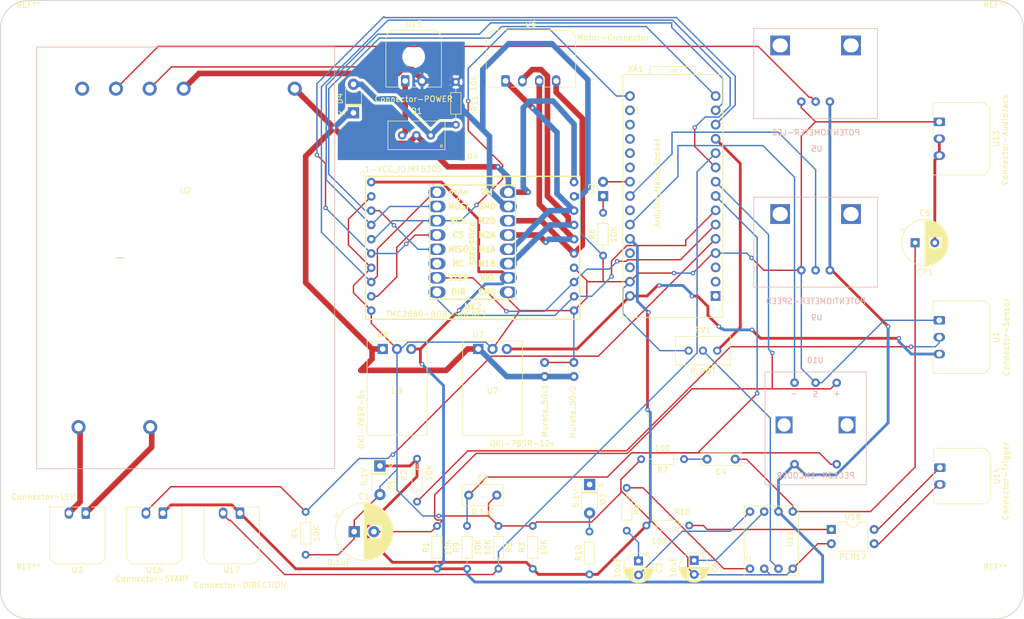
<source format=kicad_pcb>
(kicad_pcb (version 20171130) (host pcbnew 5.1.2-f72e74a~84~ubuntu19.04.1)
  (layers (0 F.Cu signal) (31 B.Cu signal) (34 B.Paste user) (35 F.Paste user) (36 B.SilkS user) (37 F.SilkS user) (38 B.Mask user) (39 F.Mask user) (44 Edge.Cuts user))
  (net 0 "")
  (net 1 ENABLE)
  (net 2 SHUTTER)
  (net 3 12V)
  (net 4 LED+)
  (net 5 LED-)
  (net 6 RED)
  (net 7 BLUE)
  (net 8 GREEN)
  (net 9 BLACK)
  (net 10 +24V)
  (net 11 CHANNEL-A)
  (net 12 CHANNEL-B)
  (net 13 "Net-(C3-Pad2)")
  (net 14 "Net-(C3-Pad1)")
  (net 15 "Net-(C4-Pad1)")
  (net 16 "Net-(C4-Pad2)")
  (net 17 "Net-(C6-Pad1)")
  (net 18 "Net-(D2-Pad1)")
  (net 19 LED)
  (net 20 24V)
  (net 21 5V)
  (net 22 "Net-(R2-Pad1)")
  (net 23 START-STOP)
  (net 24 DIRECTION-SWITCH)
  (net 25 "Net-(R8-Pad1)")
  (net 26 SOUND-TRIGGER)
  (net 27 "Net-(RV1-Pad2)")
  (net 28 POTI-LED)
  (net 29 CLOCK)
  (net 30 CHIP-SELECT)
  (net 31 MOSI-SDI)
  (net 32 MISO-SDO)
  (net 33 DIRECTION)
  (net 34 STEP)
  (net 35 POTI-SPEED)
  (net 36 "Net-(XA1-PadRST2)")
  (net 37 "Net-(XA1-Pad5V)")
  (net 38 ENCO-BUTTON)
  (net 39 "Net-(XA1-PadA5)")
  (net 40 "Net-(XA1-PadA2)")
  (net 41 "Net-(XA1-PadA1)")
  (net 42 "Net-(XA1-PadA0)")
  (net 43 "Net-(XA1-PadAREF)")
  (net 44 3,3V)
  (net 45 "Net-(XA1-PadRST1)")
  (net 46 "Net-(XA1-PadD0)")
  (net 47 "Net-(XA1-PadD1)")
  (net 48 AUDIO-SIGNAL)
  (net 49 "Net-(D3-Pad2)")
  (net 50 "Net-(D3-Pad1)")
  (net 51 "Net-(D4-Pad2)")
  (net 52 "Net-(R10-Pad2)")
  (net 53 "Net-(U14-Pad2)")
  (net 54 "Net-(U14-Pad1)")
  (net 55 GND)
  (net 56 "Net-(U2-Pad1)")
  (module OpenCelluloid:MeanWell-LDH-45B-1050 (layer F.Cu) (at 88 81)
    (fp_text reference U2 (at -0.05 -12.138 -180) (layer F.SilkS))
    (fp_text value LDH-45B-1050)
    (pad 7 thru_hole circle (at -6.35 29.9 180) (size 2.5 2.5) (drill 1.5) (layers *.Cu *.Mask) (net 4 LED+))
    (pad 6 thru_hole circle (at -19.1 29.9 180) (size 2.5 2.5) (drill 1.5) (layers *.Cu *.Mask) (net 5 LED-))
    (pad 5 thru_hole circle (at 19.35 -30.3 180) (size 2.5 2.5) (drill 1.5) (layers *.Cu *.Mask) (net 20 24V))
    (pad 4 thru_hole circle (at -0.4 -30.3 180) (size 2.5 2.5) (drill 1.5) (layers *.Cu *.Mask) (net 55 GND))
    (pad 3 thru_hole circle (at -6.45 -30.3 180) (size 2.5 2.5) (drill 1.5) (layers *.Cu *.Mask) (net 55 GND))
    (pad 2 thru_hole circle (at -12.45 -30.3 180) (size 2.5 2.5) (drill 1.5) (layers *.Cu *.Mask) (net 28 POTI-LED))
    (pad 1 thru_hole circle (at -18.45 -30.3 180) (size 2.5 2.5) (drill 1.5) (layers *.Cu *.Mask) (net 56 "Net-(U2-Pad1)"))
  )
  (module MountingHole:MountingHole_3.2mm_M3 (layer F.Cu) (at 232 40)
    (fp_text reference REF** (at 0 -4.2) (layer F.SilkS))
    (fp_text value MountingHole_3.2mm_M3)
    (pad 1 np_thru_hole circle (at 0 0) (size 3.2 3.2) (drill 3.2) (layers *.Cu *.Mask))
  )
  (module MountingHole:MountingHole_3.2mm_M3 (layer F.Cu) (at 60 40)
    (fp_text reference REF** (at 0 -4.2) (layer F.SilkS))
    (fp_text value MountingHole_3.2mm_M3)
    (pad 1 np_thru_hole circle (at 0 0) (size 3.2 3.2) (drill 3.2) (layers *.Cu *.Mask))
  )
  (module MountingHole:MountingHole_3.2mm_M3 (layer F.Cu) (at 60 140)
    (fp_text reference REF** (at 0 -4.2) (layer F.SilkS))
    (fp_text value MountingHole_3.2mm_M3)
    (pad 1 np_thru_hole circle (at 0 0) (size 3.2 3.2) (drill 3.2) (layers *.Cu *.Mask))
  )
  (module MountingHole:MountingHole_3.2mm_M3 (layer F.Cu) (at 232 140)
    (fp_text reference REF** (at 0 -4.2) (layer F.SilkS))
    (fp_text value MountingHole_3.2mm_M3)
    (pad 1 np_thru_hole circle (at 0 0) (size 3.2 3.2) (drill 3.2) (layers *.Cu *.Mask))
  )
  (module OpenCelluloid:TMC2660-BOB (layer F.Cu) (at 139 79)
    (fp_text reference U4 (at 0 -16.256) (layer F.SilkS))
    (fp_text value TMC2660-BOB-SOCKET (at -6.5 11.8) (layer F.SilkS))
    (fp_text user 1-VCC_IO (at -15.494 -13.97) (layer F.SilkS))
    (pad 10 thru_hole circle (at -18.034 11.176) (size 1.524 1.524) (drill 0.762) (layers *.Cu *.Mask) (net 55 GND))
    (pad 9 thru_hole circle (at -18.034 8.636) (size 1.524 1.524) (drill 0.762) (layers *.Cu *.Mask) (net 29 CLOCK))
    (pad 8 thru_hole circle (at -18.034 6.096) (size 1.524 1.524) (drill 0.762) (layers *.Cu *.Mask) (net 1 ENABLE))
    (pad 7 thru_hole circle (at -18.034 3.556) (size 1.524 1.524) (drill 0.762) (layers *.Cu *.Mask) (net 55 GND))
    (pad 6 thru_hole circle (at -18.034 1.016) (size 1.524 1.524) (drill 0.762) (layers *.Cu *.Mask) (net 30 CHIP-SELECT))
    (pad 4 thru_hole circle (at -18.034 -4.064) (size 1.524 1.524) (drill 0.762) (layers *.Cu *.Mask) (net 31 MOSI-SDI))
    (pad 5 thru_hole circle (at -18.034 -1.524) (size 1.524 1.524) (drill 0.762) (layers *.Cu *.Mask) (net 29 CLOCK))
    (pad 3 thru_hole circle (at -18.034 -6.604) (size 1.524 1.524) (drill 0.762) (layers *.Cu *.Mask) (net 32 MISO-SDO))
    (pad 2 thru_hole circle (at -18.034 -9.144) (size 1.524 1.524) (drill 0.762) (layers *.Cu *.Mask) (net 55 GND))
    (pad 1 thru_hole circle (at -18.034 -11.684) (size 1.524 1.524) (drill 0.762) (layers *.Cu *.Mask) (net 21 5V))
    (pad 11 thru_hole circle (at 18.034 11.176) (size 1.524 1.524) (drill 0.762) (layers *.Cu *.Mask) (net 55 GND))
    (pad 12 thru_hole circle (at 18.034 8.636) (size 1.524 1.524) (drill 0.762) (layers *.Cu *.Mask) (net 33 DIRECTION))
    (pad 13 thru_hole circle (at 18.034 6.096) (size 1.524 1.524) (drill 0.762) (layers *.Cu *.Mask) (net 34 STEP))
    (pad 14 thru_hole circle (at 18.034 3.556) (size 1.524 1.524) (drill 0.762) (layers *.Cu *.Mask) (net 55 GND))
    (pad 15 thru_hole circle (at 18.034 1.016) (size 1.524 1.524) (drill 0.762) (layers *.Cu *.Mask) (net 9 BLACK))
    (pad 16 thru_hole circle (at 18.034 -1.524) (size 1.524 1.524) (drill 0.762) (layers *.Cu *.Mask) (net 8 GREEN))
    (pad 17 thru_hole circle (at 18.034 -4.064) (size 1.524 1.524) (drill 0.762) (layers *.Cu *.Mask) (net 7 BLUE))
    (pad 18 thru_hole circle (at 18.034 -6.604) (size 1.524 1.524) (drill 0.762) (layers *.Cu *.Mask) (net 6 RED))
    (pad 19 thru_hole circle (at 18.034 -9.144) (size 1.524 1.524) (drill 0.762) (layers *.Cu *.Mask) (net 55 GND))
    (pad 20 thru_hole circle (at 18.034 -11.684) (size 1.524 1.524) (drill 0.762) (layers *.Cu *.Mask) (net 20 24V))
  )
  (module Potentiometer_THT:Potentiometer_Bourns_3296W_Vertical (layer F.Cu) (at 182.5 97.3)
    (fp_text reference RV1 (at -2.54 -3.66) (layer F.SilkS))
    (fp_text value R_POT (at -2.54 3.67) (layer F.SilkS))
    (pad 3 thru_hole circle (at -5.08 0) (size 1.44 1.44) (drill 0.8) (layers *.Cu *.Mask) (net 55 GND))
    (pad 2 thru_hole circle (at -2.54 0) (size 1.44 1.44) (drill 0.8) (layers *.Cu *.Mask) (net 27 "Net-(RV1-Pad2)"))
    (pad 1 thru_hole circle (at 0 0) (size 1.44 1.44) (drill 0.8) (layers *.Cu *.Mask) (net 26 SOUND-TRIGGER))
  )
  (module Capacitor_THT:CP_Radial_D10.0mm_P3.50mm (layer F.Cu) (at 117.934 129.49)
    (fp_text reference C1 (at 1.75 -6.25) (layer F.SilkS))
    (fp_text value 0.1uF (at -2.734 5.41) (layer F.SilkS))
    (pad 1 thru_hole rect (at 0 0) (size 2 2) (drill 1) (layers *.Cu *.Mask) (net 55 GND))
    (pad 2 thru_hole circle (at 3.5 0) (size 2 2) (drill 1) (layers *.Cu *.Mask) (net 11 CHANNEL-A))
  )
  (module Capacitor_THT:C_Rect_L7.0mm_W3.5mm_P5.00mm (layer F.Cu) (at 138.3 123)
    (fp_text reference C2 (at 2.5 -3) (layer F.SilkS))
    (fp_text value 0.1uF (at 2.5 3) (layer F.SilkS))
    (pad 1 thru_hole circle (at 0 0) (size 1.6 1.6) (drill 0.8) (layers *.Cu *.Mask) (net 12 CHANNEL-B))
    (pad 2 thru_hole circle (at 5 0) (size 1.6 1.6) (drill 0.8) (layers *.Cu *.Mask) (net 55 GND))
  )
  (module Capacitor_THT:CP_Radial_D5.0mm_P2.50mm (layer F.Cu) (at 168.5 134.7 270)
    (fp_text reference C3 (at 1.25 -3.75 90) (layer F.SilkS))
    (fp_text value 10uF (at 1.25 3.75 90) (layer F.SilkS))
    (pad 2 thru_hole circle (at 2.5 0 270) (size 1.6 1.6) (drill 0.8) (layers *.Cu *.Mask) (net 13 "Net-(C3-Pad2)"))
    (pad 1 thru_hole rect (at 0 0 270) (size 1.6 1.6) (drill 0.8) (layers *.Cu *.Mask) (net 14 "Net-(C3-Pad1)"))
  )
  (module Capacitor_THT:C_Rect_L7.0mm_W2.0mm_P5.00mm (layer F.Cu) (at 185.7 116.6 180)
    (fp_text reference C4 (at 2.5 -2.25) (layer F.SilkS))
    (fp_text value 10pF)
    (pad 1 thru_hole circle (at 0 0 180) (size 1.6 1.6) (drill 0.8) (layers *.Cu *.Mask) (net 15 "Net-(C4-Pad1)"))
    (pad 2 thru_hole circle (at 5 0 180) (size 1.6 1.6) (drill 0.8) (layers *.Cu *.Mask) (net 16 "Net-(C4-Pad2)"))
  )
  (module Capacitor_THT:CP_Radial_D8.0mm_P3.50mm (layer F.Cu) (at 217.7 78.1)
    (fp_text reference C5 (at 1.75 -5.25) (layer F.SilkS))
    (fp_text value CP1 (at 1.75 5.25) (layer F.SilkS))
    (pad 1 thru_hole rect (at 0 0) (size 1.6 1.6) (drill 0.8) (layers *.Cu *.Mask) (net 15 "Net-(C4-Pad1)"))
    (pad 2 thru_hole circle (at 3.5 0) (size 1.6 1.6) (drill 0.8) (layers *.Cu *.Mask) (net 48 AUDIO-SIGNAL))
  )
  (module Capacitor_THT:CP_Radial_D5.0mm_P2.50mm (layer F.Cu) (at 178.4 134.6 270)
    (fp_text reference C6 (at 1.25 -3.75 90) (layer F.SilkS))
    (fp_text value 10uF (at 1.25 3.75 90) (layer F.SilkS))
    (pad 1 thru_hole rect (at 0 0 270) (size 1.6 1.6) (drill 0.8) (layers *.Cu *.Mask) (net 17 "Net-(C6-Pad1)"))
    (pad 2 thru_hole circle (at 2.5 0 270) (size 1.6 1.6) (drill 0.8) (layers *.Cu *.Mask) (net 55 GND))
  )
  (module Diode_THT:D_T-1_P5.08mm_Horizontal (layer F.Cu) (at 122.506 117.806 270)
    (fp_text reference D1 (at 3.394 -2.194 90) (layer F.SilkS))
    (fp_text value 5.1V (at 1.994 2.806 90) (layer F.SilkS))
    (fp_text user K (at 0 -2 90) (layer F.SilkS))
    (pad 1 thru_hole rect (at 0 0 270) (size 2 2) (drill 1) (layers *.Cu *.Mask) (net 2 SHUTTER))
    (pad 2 thru_hole oval (at 5.08 0 270) (size 2 2) (drill 1) (layers *.Cu *.Mask) (net 55 GND))
  )
  (module LED_THT:LED_Rectangular_W3.0mm_H2.0mm (layer F.Cu) (at 162.2 69.8 90)
    (fp_text reference D2 (at 1.27 -2.06 90) (layer F.SilkS))
    (fp_text value LED)
    (pad 1 thru_hole rect (at 0 0 90) (size 1.8 1.8) (drill 0.9) (layers *.Cu *.Mask) (net 18 "Net-(D2-Pad1)"))
    (pad 2 thru_hole circle (at 2.54 0 90) (size 1.8 1.8) (drill 0.9) (layers *.Cu *.Mask) (net 19 LED))
  )
  (module Diode_THT:D_T-1_P5.08mm_Horizontal (layer F.Cu) (at 159.8 121.1 270)
    (fp_text reference D3 (at 2.54 -2.42 90) (layer F.SilkS))
    (fp_text value 5.1V (at 2.54 2.42 90) (layer F.SilkS))
    (fp_text user K (at 0 -2 90) (layer F.SilkS))
    (pad 2 thru_hole oval (at 5.08 0 270) (size 2 2) (drill 1) (layers *.Cu *.Mask) (net 49 "Net-(D3-Pad2)"))
    (pad 1 thru_hole rect (at 0 0 270) (size 2 2) (drill 1) (layers *.Cu *.Mask) (net 50 "Net-(D3-Pad1)"))
  )
  (module Capacitor_THT:C_Disc_D3.0mm_W1.6mm_P2.50mm (layer F.Cu) (at 151.8 101.9 90)
    (fp_text reference Murata_50v1 (at -6.1 0 90) (layer F.SilkS))
    (fp_text value C)
    (pad 2 thru_hole circle (at 2.5 0 90) (size 1.6 1.6) (drill 0.8) (layers *.Cu *.Mask) (net 55 GND))
    (pad 1 thru_hole circle (at 0 0 90) (size 1.6 1.6) (drill 0.8) (layers *.Cu *.Mask) (net 20 24V))
  )
  (module Capacitor_THT:C_Disc_D3.0mm_W1.6mm_P2.50mm (layer F.Cu) (at 157 101.9 90)
    (fp_text reference Murata_50v2 (at -6.3 -0.2 90) (layer F.SilkS))
    (fp_text value C)
    (pad 1 thru_hole circle (at 0 0 90) (size 1.6 1.6) (drill 0.8) (layers *.Cu *.Mask) (net 20 24V))
    (pad 2 thru_hole circle (at 2.5 0 90) (size 1.6 1.6) (drill 0.8) (layers *.Cu *.Mask) (net 55 GND))
  )
  (module OpenCelluloid:IRF5305 (layer F.Cu) (at 129 59 180)
    (fp_text reference Q1 (at 0 4.318) (layer F.SilkS))
    (fp_text value IRF5305 (at -1.5 -6) (layer F.SilkS))
    (pad 4 thru_hole circle (at -2.54 0 180) (size 1.524 1.524) (drill 0.762) (layers *.Cu *.Mask) (net 51 "Net-(D4-Pad2)"))
    (pad 1 thru_hole circle (at 0 0 180) (size 1.524 1.524) (drill 0.762) (layers *.Cu *.Mask) (net 20 24V))
    (pad 8 thru_hole circle (at 2.54 0 180) (size 1.524 1.524) (drill 0.762) (layers *.Cu *.Mask) (net 10 +24V))
  )
  (module Resistor_THT:R_Axial_DIN0204_L3.6mm_D1.6mm_P7.62mm_Horizontal (layer F.Cu) (at 132.666 136.094 90)
    (fp_text reference R1 (at 3.81 -1.92 90) (layer F.SilkS))
    (fp_text value 10K (at 3.81 1.92 90) (layer F.SilkS))
    (pad 1 thru_hole circle (at 0 0 90) (size 1.4 1.4) (drill 0.7) (layers *.Cu *.Mask) (net 21 5V))
    (pad 2 thru_hole oval (at 7.62 0 90) (size 1.4 1.4) (drill 0.7) (layers *.Cu *.Mask) (net 11 CHANNEL-A))
  )
  (module Resistor_THT:R_Axial_DIN0204_L3.6mm_D1.6mm_P7.62mm_Horizontal (layer F.Cu) (at 129.11 124.156 90)
    (fp_text reference R2 (at 4.656 -2.31 90) (layer F.SilkS))
    (fp_text value 10K (at 5.156 2.19 90) (layer F.SilkS))
    (pad 1 thru_hole circle (at 0 0 90) (size 1.4 1.4) (drill 0.7) (layers *.Cu *.Mask) (net 22 "Net-(R2-Pad1)"))
    (pad 2 thru_hole oval (at 7.62 0 90) (size 1.4 1.4) (drill 0.7) (layers *.Cu *.Mask) (net 2 SHUTTER))
  )
  (module Resistor_THT:R_Axial_DIN0204_L3.6mm_D1.6mm_P7.62mm_Horizontal (layer F.Cu) (at 149.684 136.094 90)
    (fp_text reference R3 (at 3.81 -1.92 90) (layer F.SilkS))
    (fp_text value 10K (at 3.81 1.92 90) (layer F.SilkS))
    (pad 1 thru_hole circle (at 0 0 90) (size 1.4 1.4) (drill 0.7) (layers *.Cu *.Mask) (net 2 SHUTTER))
    (pad 2 thru_hole oval (at 7.62 0 90) (size 1.4 1.4) (drill 0.7) (layers *.Cu *.Mask) (net 55 GND))
  )
  (module Resistor_THT:R_Axial_DIN0204_L3.6mm_D1.6mm_P7.62mm_Horizontal (layer F.Cu) (at 109.3 133.6 90)
    (fp_text reference R4 (at 3.81 -1.92 90) (layer F.SilkS))
    (fp_text value 10K (at 3.81 1.92 90) (layer F.SilkS))
    (pad 1 thru_hole circle (at 0 0 90) (size 1.4 1.4) (drill 0.7) (layers *.Cu *.Mask) (net 55 GND))
    (pad 2 thru_hole oval (at 7.62 0 90) (size 1.4 1.4) (drill 0.7) (layers *.Cu *.Mask) (net 23 START-STOP))
  )
  (module Resistor_THT:R_Axial_DIN0204_L3.6mm_D1.6mm_P7.62mm_Horizontal (layer F.Cu) (at 143.588 128.474 270)
    (fp_text reference R5 (at 3.81 -1.92 90) (layer F.SilkS))
    (fp_text value 10K (at 3.81 1.92 90) (layer F.SilkS))
    (pad 2 thru_hole oval (at 7.62 0 270) (size 1.4 1.4) (drill 0.7) (layers *.Cu *.Mask) (net 24 DIRECTION-SWITCH))
    (pad 1 thru_hole circle (at 0 0 270) (size 1.4 1.4) (drill 0.7) (layers *.Cu *.Mask) (net 55 GND))
  )
  (module Resistor_THT:R_Axial_DIN0204_L3.6mm_D1.6mm_P7.62mm_Horizontal (layer F.Cu) (at 162.2 80.4 90)
    (fp_text reference R6 (at 3.81 -1.92 90) (layer F.SilkS))
    (fp_text value 10K (at 3.81 1.92 90) (layer F.SilkS))
    (pad 1 thru_hole circle (at 0 0 90) (size 1.4 1.4) (drill 0.7) (layers *.Cu *.Mask) (net 55 GND))
    (pad 2 thru_hole oval (at 7.62 0 90) (size 1.4 1.4) (drill 0.7) (layers *.Cu *.Mask) (net 18 "Net-(D2-Pad1)"))
  )
  (module Resistor_THT:R_Axial_DIN0204_L3.6mm_D1.6mm_P7.62mm_Horizontal (layer F.Cu) (at 176.6 116.6 180)
    (fp_text reference R7 (at 3.81 -1.92) (layer F.SilkS))
    (fp_text value 100 (at 3.81 1.92) (layer F.SilkS))
    (pad 2 thru_hole oval (at 7.62 0 180) (size 1.4 1.4) (drill 0.7) (layers *.Cu *.Mask) (net 55 GND))
    (pad 1 thru_hole circle (at 0 0 180) (size 1.4 1.4) (drill 0.7) (layers *.Cu *.Mask) (net 16 "Net-(C4-Pad2)"))
  )
  (module Resistor_THT:R_Axial_DIN0204_L3.6mm_D1.6mm_P7.62mm_Horizontal (layer F.Cu) (at 166.4 121.7 270)
    (fp_text reference R8 (at 3.81 -1.92 90) (layer F.SilkS))
    (fp_text value R)
    (pad 2 thru_hole oval (at 7.62 0 270) (size 1.4 1.4) (drill 0.7) (layers *.Cu *.Mask) (net 14 "Net-(C3-Pad1)"))
    (pad 1 thru_hole circle (at 0 0 270) (size 1.4 1.4) (drill 0.7) (layers *.Cu *.Mask) (net 25 "Net-(R8-Pad1)"))
  )
  (module Resistor_THT:R_Axial_DIN0204_L3.6mm_D1.6mm_P7.62mm_Horizontal (layer F.Cu) (at 138 136.094 90)
    (fp_text reference R9 (at 3.81 -1.92 90) (layer F.SilkS))
    (fp_text value 10K (at 3.81 1.92 90) (layer F.SilkS))
    (pad 2 thru_hole oval (at 7.62 0 90) (size 1.4 1.4) (drill 0.7) (layers *.Cu *.Mask) (net 12 CHANNEL-B))
    (pad 1 thru_hole circle (at 0 0 90) (size 1.4 1.4) (drill 0.7) (layers *.Cu *.Mask) (net 21 5V))
  )
  (module Resistor_THT:R_Axial_DIN0204_L3.6mm_D1.6mm_P7.62mm_Horizontal (layer F.Cu) (at 159.772 137.094 90)
    (fp_text reference R10 (at 3.81 -1.92 90) (layer F.SilkS))
    (fp_text value R)
    (pad 2 thru_hole oval (at 7.62 0 90) (size 1.4 1.4) (drill 0.7) (layers *.Cu *.Mask) (net 49 "Net-(D3-Pad2)"))
    (pad 1 thru_hole circle (at 0 0 90) (size 1.4 1.4) (drill 0.7) (layers *.Cu *.Mask) (net 2 SHUTTER))
  )
  (module Connector_Molex:Molex_Micro-Fit_3.0_43650-0300_1x03_P3.00mm_Horizontal (layer F.Cu) (at 222 91.9 270)
    (fp_text reference U1 (at 3 -10.12 90) (layer F.SilkS))
    (fp_text value Connector-Sensor (at 3 -11.9 90) (layer F.SilkS))
    (pad "" np_thru_hole circle (at 3 -4.32 270) (size 3 3) (drill 3) (layers *.Cu *.Mask))
    (pad 1 thru_hole roundrect (at 0 0 270) (size 1.5 2.02) (drill 1.02) (layers *.Cu *.Mask) (roundrect_rratio 0.166667) (net 55 GND))
    (pad 2 thru_hole oval (at 3 0 270) (size 1.5 2.02) (drill 1.02) (layers *.Cu *.Mask) (net 22 "Net-(R2-Pad1)"))
    (pad 3 thru_hole oval (at 6 0 270) (size 1.5 2.02) (drill 1.02) (layers *.Cu *.Mask) (net 3 12V))
  )
  (module Connector_Molex:Molex_Micro-Fit_3.0_43650-0200_1x02_P3.00mm_Horizontal (layer F.Cu) (at 70.182 126.188 180)
    (fp_text reference U3 (at 1.5 -10.12) (layer F.SilkS))
    (fp_text value Connector-LED (at 7.482 2.888) (layer F.SilkS))
    (pad "" np_thru_hole circle (at 1.5 -4.32 180) (size 3 3) (drill 3) (layers *.Cu *.Mask))
    (pad 1 thru_hole roundrect (at 0 0 180) (size 1.5 2.02) (drill 1.02) (layers *.Cu *.Mask) (roundrect_rratio 0.166667) (net 4 LED+))
    (pad 2 thru_hole oval (at 3 0 180) (size 1.5 2.02) (drill 1.02) (layers *.Cu *.Mask) (net 5 LED-))
  )
  (module OpenCelluloid:PDB12-H4301-Potentiometer (layer B.Cu) (at 200 53 180)
    (fp_text reference U5 (at -0.2 -8.4) (layer B.SilkS) (effects (justify mirror)))
    (fp_text value POTENTIOMETER-LED (at -0.0508 -5.5) (layer B.SilkS) (effects (justify mirror)))
    (pad 1 thru_hole circle (at -2.54 0 180) (size 1.524 1.524) (drill 0.762) (layers *.Cu *.Mask) (net 21 5V))
    (pad 2 thru_hole circle (at 0 0 180) (size 1.524 1.524) (drill 0.762) (layers *.Cu *.Mask) (net 28 POTI-LED))
    (pad 3 thru_hole circle (at 2.54 0 180) (size 1.524 1.524) (drill 0.762) (layers *.Cu *.Mask) (net 55 GND))
    (pad 4 thru_hole rect (at 6.3 10 180) (size 3.5 3.5) (drill oval 2.7 2.5) (layers *.Cu *.Mask))
    (pad 4 thru_hole rect (at -6.3 10 180) (size 3.5 3.5) (drill oval 2.7 2.5) (layers *.Cu *.Mask))
  )
  (module Connector_Molex:Molex_Micro-Fit_3.0_43650-0400_1x04_P3.00mm_Horizontal (layer F.Cu) (at 144.85 49.32)
    (fp_text reference U6 (at 4.5 -10.12) (layer F.SilkS))
    (fp_text value Motor-Connector (at 19.15 -7.72) (layer F.SilkS))
    (pad "" np_thru_hole circle (at 2.15 -4.32) (size 3 3) (drill 3) (layers *.Cu *.Mask))
    (pad "" np_thru_hole circle (at 6.85 -4.32) (size 3 3) (drill 3) (layers *.Cu *.Mask))
    (pad 1 thru_hole roundrect (at 0 0) (size 1.5 2.02) (drill 1.02) (layers *.Cu *.Mask) (roundrect_rratio 0.166667) (net 6 RED))
    (pad 2 thru_hole oval (at 3 0) (size 1.5 2.02) (drill 1.02) (layers *.Cu *.Mask) (net 7 BLUE))
    (pad 3 thru_hole oval (at 6 0) (size 1.5 2.02) (drill 1.02) (layers *.Cu *.Mask) (net 8 GREEN))
    (pad 4 thru_hole oval (at 9 0) (size 1.5 2.02) (drill 1.02) (layers *.Cu *.Mask) (net 9 BLACK))
  )
  (module Converter_DCDC:Converter_DCDC_muRata_OKI-78SR_Horizontal (layer F.Cu) (at 140 97)
    (fp_text reference U7 (at 0 -2.54 180) (layer F.SilkS))
    (fp_text value OKI-78SR-12v (at 7.8 16.8) (layer F.SilkS))
    (fp_text user %R (at 2.54 7.48 180) (layer F.SilkS))
    (pad 1 thru_hole rect (at 0 0 180) (size 1.8 1.8) (drill 1) (layers *.Cu *.Mask) (net 20 24V))
    (pad 2 thru_hole circle (at 2.54 0 180) (size 1.8 1.8) (drill 1) (layers *.Cu *.Mask) (net 55 GND))
    (pad 3 thru_hole circle (at 5.08 0 180) (size 1.8 1.8) (drill 1) (layers *.Cu *.Mask) (net 3 12V))
  )
  (module Converter_DCDC:Converter_DCDC_muRata_OKI-78SR_Horizontal (layer F.Cu) (at 123 97)
    (fp_text reference U8 (at 0 -2.54 180) (layer F.SilkS))
    (fp_text value OKI-78SR-5v (at -3.8 12.5 270) (layer F.SilkS))
    (fp_text user %R (at 2.54 7.48 180) (layer F.SilkS))
    (pad 3 thru_hole circle (at 5.08 0 180) (size 1.8 1.8) (drill 1) (layers *.Cu *.Mask) (net 21 5V))
    (pad 2 thru_hole circle (at 2.54 0 180) (size 1.8 1.8) (drill 1) (layers *.Cu *.Mask) (net 55 GND))
    (pad 1 thru_hole rect (at 0 0 180) (size 1.8 1.8) (drill 1) (layers *.Cu *.Mask) (net 20 24V))
  )
  (module OpenCelluloid:PDB12-H4301-Potentiometer (layer B.Cu) (at 200 83 180)
    (fp_text reference U9 (at -0.2 -8.4) (layer B.SilkS) (effects (justify mirror)))
    (fp_text value POTENTIOMETER-SPEED (at -0.0508 -5.5) (layer B.SilkS) (effects (justify mirror)))
    (pad 4 thru_hole rect (at -6.3 10 180) (size 3.5 3.5) (drill oval 2.7 2.5) (layers *.Cu *.Mask))
    (pad 4 thru_hole rect (at 6.3 10 180) (size 3.5 3.5) (drill oval 2.7 2.5) (layers *.Cu *.Mask))
    (pad 3 thru_hole circle (at 2.54 0 180) (size 1.524 1.524) (drill 0.762) (layers *.Cu *.Mask) (net 55 GND))
    (pad 2 thru_hole circle (at 0 0 180) (size 1.524 1.524) (drill 0.762) (layers *.Cu *.Mask) (net 35 POTI-SPEED))
    (pad 1 thru_hole circle (at -2.54 0 180) (size 1.524 1.524) (drill 0.762) (layers *.Cu *.Mask) (net 21 5V))
  )
  (module OpenCelluloid:Potentiometer-BOURNS (layer B.Cu) (at 200 103 180)
    (fp_text reference U10 (at 0.04 3.996) (layer B.SilkS) (effects (justify mirror)))
    (fp_text value PEC12R-ENCODER (at 0 -16.51) (layer B.SilkS) (effects (justify mirror)))
    (fp_text user + (at -3.77 -1.884) (layer B.SilkS) (effects (justify mirror)))
    (fp_text user S (at 0.01 -2.064) (layer B.SilkS) (effects (justify mirror)))
    (fp_text user - (at 3.84 -1.904) (layer B.SilkS) (effects (justify mirror)))
    (pad 1 thru_hole circle (at -3.75 -0.014 180) (size 1.524 1.524) (drill 0.762) (layers *.Cu *.Mask) (net 11 CHANNEL-A))
    (pad 3 thru_hole circle (at 3.75 0 180) (size 1.524 1.524) (drill 0.762) (layers *.Cu *.Mask) (net 38 ENCO-BUTTON))
    (pad 2 thru_hole circle (at 0 0 180) (size 1.524 1.524) (drill 0.762) (layers *.Cu *.Mask) (net 55 GND))
    (pad "" thru_hole rect (at -5.6 -7.5 180) (size 3 3) (drill oval 2.3 2.4) (layers *.Cu *.Mask))
    (pad "" thru_hole rect (at 5.6 -7.5 180) (size 3 3) (drill oval 2.3 2.4) (layers *.Cu *.Mask))
    (pad 4 thru_hole circle (at 3.75 -14.5 180) (size 1.524 1.524) (drill 0.762) (layers *.Cu *.Mask) (net 21 5V))
    (pad 5 thru_hole circle (at -3.75 -14.5 180) (size 1.524 1.524) (drill 0.762) (layers *.Cu *.Mask) (net 12 CHANNEL-B))
  )
  (module OpenCelluloid:LM386 (layer F.Cu) (at 193.4 131 90)
    (fp_text reference U11 (at 0.254 2.032 90) (layer F.SilkS))
    (fp_text value LM386)
    (pad 1 thru_hole circle (at -5.08 -5.08 90) (size 1.524 1.524) (drill 0.762) (layers *.Cu *.Mask) (net 25 "Net-(R8-Pad1)"))
    (pad 2 thru_hole circle (at -5.08 -2.54 90) (size 1.524 1.524) (drill 0.762) (layers *.Cu *.Mask) (net 55 GND))
    (pad 3 thru_hole circle (at -5.08 0 90) (size 1.524 1.524) (drill 0.762) (layers *.Cu *.Mask) (net 27 "Net-(RV1-Pad2)"))
    (pad 4 thru_hole circle (at -5.08 2.54 90) (size 1.524 1.524) (drill 0.762) (layers *.Cu *.Mask) (net 55 GND))
    (pad 5 thru_hole circle (at 5.08 2.54 90) (size 1.524 1.524) (drill 0.762) (layers *.Cu *.Mask) (net 15 "Net-(C4-Pad1)"))
    (pad 6 thru_hole circle (at 5.08 0 90) (size 1.524 1.524) (drill 0.762) (layers *.Cu *.Mask) (net 21 5V))
    (pad 7 thru_hole circle (at 5.08 -2.54 90) (size 1.524 1.524) (drill 0.762) (layers *.Cu *.Mask) (net 17 "Net-(C6-Pad1)"))
    (pad 8 thru_hole circle (at 5.08 -5.08 90) (size 1.524 1.524) (drill 0.762) (layers *.Cu *.Mask) (net 13 "Net-(C3-Pad2)"))
  )
  (module extra-kicad-libraries:STEPSTICK (layer F.Cu) (at 139 78 180)
    (fp_text reference U12 (at 0 -11.43) (layer F.SilkS) (effects (font (size 1.016 1.016) (thickness 0.254))))
    (fp_text value STEPSTICK (at -0.1 -0.2 90) (layer F.SilkS) (effects (font (size 1.016 1.016) (thickness 0.254))))
    (fp_text user DIR (at 2.54 -8.89) (layer F.SilkS) (effects (font (size 1.016 1.016) (thickness 0.254))))
    (fp_text user STEP (at 2.54 -6.35) (layer F.SilkS) (effects (font (size 1.016 1.016) (thickness 0.254))))
    (fp_text user NC (at 2.54 -3.81) (layer F.SilkS) (effects (font (size 1.016 1.016) (thickness 0.254))))
    (fp_text user MISO (at 2.54 -1.27) (layer F.SilkS) (effects (font (size 1.016 1.016) (thickness 0.254))))
    (fp_text user CS (at 2.54 1.27) (layer F.SilkS) (effects (font (size 1.016 1.016) (thickness 0.254))))
    (fp_text user SCK (at 2.54 3.81) (layer F.SilkS) (effects (font (size 1.016 1.016) (thickness 0.254))))
    (fp_text user MOSI (at 2.54 6.35) (layer F.SilkS) (effects (font (size 1.016 1.016) (thickness 0.254))))
    (fp_text user EN (at 2.54 8.89) (layer F.SilkS) (effects (font (size 0.762 0.762) (thickness 0.1905))))
    (fp_text user VM (at -2.54 8.89) (layer F.SilkS) (effects (font (size 1.016 1.016) (thickness 0.254))))
    (fp_text user GND (at -2.54 6.35) (layer F.SilkS) (effects (font (size 1.016 1.016) (thickness 0.254))))
    (fp_text user M2B (at -2.54 3.81) (layer F.SilkS) (effects (font (size 1.016 1.016) (thickness 0.254))))
    (fp_text user M2A (at -2.54 1.27) (layer F.SilkS) (effects (font (size 1.016 1.016) (thickness 0.254))))
    (fp_text user M1A (at -2.54 -1.27) (layer F.SilkS) (effects (font (size 1.016 1.016) (thickness 0.254))))
    (fp_text user M1B (at -2.54 -3.81) (layer F.SilkS) (effects (font (size 1.016 1.016) (thickness 0.254))))
    (fp_text user VIO (at -2.54 -6.35) (layer F.SilkS) (effects (font (size 1.016 1.016) (thickness 0.254))))
    (fp_text user GND (at -2.54 -8.89) (layer F.SilkS) (effects (font (size 1.016 1.016) (thickness 0.254))))
    (pad 16 thru_hole oval (at -6.35 -8.89 180) (size 3.048 2.032) (drill 1.5494) (layers *.Cu *.Mask) (net 55 GND))
    (pad 15 thru_hole oval (at -6.35 -6.35 180) (size 3.048 2.032) (drill 1.5494) (layers *.Cu *.Mask) (net 21 5V))
    (pad 14 thru_hole oval (at -6.35 -3.81 180) (size 3.048 2.032) (drill 1.5494) (layers *.Cu *.Mask) (net 7 BLUE))
    (pad 13 thru_hole oval (at -6.35 -1.27 180) (size 3.048 2.032) (drill 1.5494) (layers *.Cu *.Mask) (net 6 RED))
    (pad 12 thru_hole oval (at -6.35 1.27 180) (size 3.048 2.032) (drill 1.5494) (layers *.Cu *.Mask) (net 8 GREEN))
    (pad 11 thru_hole oval (at -6.35 3.81 180) (size 3.048 2.032) (drill 1.5494) (layers *.Cu *.Mask) (net 9 BLACK))
    (pad 10 thru_hole oval (at -6.35 6.35 180) (size 3.048 2.032) (drill 1.5494) (layers *.Cu *.Mask) (net 55 GND))
    (pad 9 thru_hole oval (at -6.35 8.89 180) (size 3.048 2.032) (drill 1.5494) (layers *.Cu *.Mask) (net 20 24V))
    (pad 8 thru_hole oval (at 6.35 8.89 180) (size 3.048 2.032) (drill 1.5494) (layers *.Cu *.Mask) (net 1 ENABLE))
    (pad 7 thru_hole oval (at 6.35 6.35 180) (size 3.048 2.032) (drill 1.5494) (layers *.Cu *.Mask) (net 31 MOSI-SDI))
    (pad 6 thru_hole oval (at 6.35 3.81 180) (size 3.048 2.032) (drill 1.5494) (layers *.Cu *.Mask) (net 29 CLOCK))
    (pad 5 thru_hole oval (at 6.35 1.27 180) (size 3.048 2.032) (drill 1.5494) (layers *.Cu *.Mask) (net 30 CHIP-SELECT))
    (pad 4 thru_hole oval (at 6.35 -1.27 180) (size 3.048 2.032) (drill 1.5494) (layers *.Cu *.Mask) (net 32 MISO-SDO))
    (pad 3 thru_hole oval (at 6.35 -3.81 180) (size 3.048 2.032) (drill 1.5494) (layers *.Cu *.Mask))
    (pad 2 thru_hole oval (at 6.35 -6.35 180) (size 3.048 2.032) (drill 1.5494) (layers *.Cu *.Mask) (net 34 STEP))
    (pad 1 thru_hole oval (at 6.35 -8.89 180) (size 3.048 2.032) (drill 1.5494) (layers *.Cu *.Mask) (net 33 DIRECTION))
  )
  (module Connector_Molex:Molex_Micro-Fit_3.0_43650-0300_1x03_P3.00mm_Horizontal (layer F.Cu) (at 222 56.6 270)
    (fp_text reference U13 (at 3 -10.12 90) (layer F.SilkS))
    (fp_text value Connector-AudioJack (at 3.2 -11.7 90) (layer F.SilkS))
    (pad 3 thru_hole oval (at 6 0 270) (size 1.5 2.02) (drill 1.02) (layers *.Cu *.Mask) (net 48 AUDIO-SIGNAL))
    (pad 2 thru_hole oval (at 3 0 270) (size 1.5 2.02) (drill 1.02) (layers *.Cu *.Mask) (net 48 AUDIO-SIGNAL))
    (pad 1 thru_hole roundrect (at 0 0 270) (size 1.5 2.02) (drill 1.02) (layers *.Cu *.Mask) (roundrect_rratio 0.166667) (net 55 GND))
    (pad "" np_thru_hole circle (at 3 -4.32 270) (size 3 3) (drill 3) (layers *.Cu *.Mask))
  )
  (module Connector_Molex:Molex_Micro-Fit_3.0_43650-0200_1x02_P3.00mm_Horizontal (layer F.Cu) (at 222.1 118.1 270)
    (fp_text reference U14 (at 1.5 -10.12 90) (layer F.SilkS))
    (fp_text value Connector-Trigger (at 2.4 -11.7 90) (layer F.SilkS))
    (pad 2 thru_hole oval (at 3 0 270) (size 1.5 2.02) (drill 1.02) (layers *.Cu *.Mask) (net 53 "Net-(U14-Pad2)"))
    (pad 1 thru_hole roundrect (at 0 0 270) (size 1.5 2.02) (drill 1.02) (layers *.Cu *.Mask) (roundrect_rratio 0.166667) (net 54 "Net-(U14-Pad1)"))
    (pad "" np_thru_hole circle (at 1.5 -4.32 270) (size 3 3) (drill 3) (layers *.Cu *.Mask))
  )
  (module Connector_Molex:Molex_Micro-Fit_3.0_43650-0200_1x02_P3.00mm_Horizontal (layer F.Cu) (at 127 49.32)
    (fp_text reference U15 (at 1.5 -10.12) (layer F.SilkS))
    (fp_text value Connector-POWER (at 1.5 3.22) (layer F.SilkS))
    (pad "" np_thru_hole circle (at 1.5 -4.32) (size 3 3) (drill 3) (layers *.Cu *.Mask))
    (pad 1 thru_hole roundrect (at 0 0) (size 1.5 2.02) (drill 1.02) (layers *.Cu *.Mask) (roundrect_rratio 0.166667) (net 10 +24V))
    (pad 2 thru_hole oval (at 3 0) (size 1.5 2.02) (drill 1.02) (layers *.Cu *.Mask) (net 55 GND))
  )
  (module Connector_Molex:Molex_Micro-Fit_3.0_43650-0200_1x02_P3.00mm_Horizontal (layer F.Cu) (at 83.898 126.188 180)
    (fp_text reference U16 (at 1.5 -10.12) (layer F.SilkS))
    (fp_text value Connector-START (at 1.898 -11.712) (layer F.SilkS))
    (pad "" np_thru_hole circle (at 1.5 -4.32 180) (size 3 3) (drill 3) (layers *.Cu *.Mask))
    (pad 1 thru_hole roundrect (at 0 0 180) (size 1.5 2.02) (drill 1.02) (layers *.Cu *.Mask) (roundrect_rratio 0.166667) (net 21 5V))
    (pad 2 thru_hole oval (at 3 0 180) (size 1.5 2.02) (drill 1.02) (layers *.Cu *.Mask) (net 23 START-STOP))
  )
  (module Connector_Molex:Molex_Micro-Fit_3.0_43650-0200_1x02_P3.00mm_Horizontal (layer F.Cu) (at 97.614 126.188 180)
    (fp_text reference U17 (at 1.5 -10.12) (layer F.SilkS))
    (fp_text value Connector-DIRECTION (at 0.014 -12.812) (layer F.SilkS))
    (pad 2 thru_hole oval (at 3 0 180) (size 1.5 2.02) (drill 1.02) (layers *.Cu *.Mask) (net 24 DIRECTION-SWITCH))
    (pad 1 thru_hole roundrect (at 0 0 180) (size 1.5 2.02) (drill 1.02) (layers *.Cu *.Mask) (roundrect_rratio 0.166667) (net 21 5V))
    (pad "" np_thru_hole circle (at 1.5 -4.32 180) (size 3 3) (drill 3) (layers *.Cu *.Mask))
  )
  (module OpenCelluloidArduino:Arduino_Nano_Socket (layer F.Cu) (at 174.6 48.2 180)
    (fp_text reference XA1 (at 6.604 1.016) (layer F.SilkS))
    (fp_text value Arduino_Nano_Socket (at 2.8 -19.3 90) (layer F.SilkS))
    (fp_text user USB (at 0 0.635) (layer F.SilkS) (effects (font (size 0.5 0.5) (thickness 0.075))))
    (fp_text user 3.3V (at 6.35 -6.35 90) (layer F.SilkS) (effects (font (size 0.5 0.5) (thickness 0.075))))
    (pad VIN thru_hole circle (at 7.62 -39.37 180) (size 1.7272 1.7272) (drill 1.016) (layers *.Cu *.Mask) (net 3 12V))
    (pad GND2 thru_hole circle (at 7.62 -36.83 180) (size 1.7272 1.7272) (drill 1.016) (layers *.Cu *.Mask) (net 55 GND))
    (pad RST2 thru_hole circle (at 7.62 -34.29 180) (size 1.7272 1.7272) (drill 1.016) (layers *.Cu *.Mask) (net 36 "Net-(XA1-PadRST2)"))
    (pad 5V thru_hole circle (at 7.62 -31.75 180) (size 1.7272 1.7272) (drill 1.016) (layers *.Cu *.Mask) (net 37 "Net-(XA1-Pad5V)"))
    (pad A7 thru_hole circle (at 7.62 -29.21 180) (size 1.7272 1.7272) (drill 1.016) (layers *.Cu *.Mask) (net 2 SHUTTER))
    (pad A6 thru_hole circle (at 7.62 -26.67 180) (size 1.7272 1.7272) (drill 1.016) (layers *.Cu *.Mask) (net 38 ENCO-BUTTON))
    (pad A5 thru_hole circle (at 7.62 -24.13 180) (size 1.7272 1.7272) (drill 1.016) (layers *.Cu *.Mask) (net 39 "Net-(XA1-PadA5)"))
    (pad A4 thru_hole circle (at 7.62 -21.59 180) (size 1.7272 1.7272) (drill 1.016) (layers *.Cu *.Mask) (net 35 POTI-SPEED))
    (pad A3 thru_hole circle (at 7.62 -19.05 180) (size 1.7272 1.7272) (drill 1.016) (layers *.Cu *.Mask) (net 19 LED))
    (pad A2 thru_hole circle (at 7.62 -16.51 180) (size 1.7272 1.7272) (drill 1.016) (layers *.Cu *.Mask) (net 40 "Net-(XA1-PadA2)"))
    (pad A1 thru_hole circle (at 7.62 -13.97 180) (size 1.7272 1.7272) (drill 1.016) (layers *.Cu *.Mask) (net 41 "Net-(XA1-PadA1)"))
    (pad A0 thru_hole circle (at 7.62 -11.43 180) (size 1.7272 1.7272) (drill 1.016) (layers *.Cu *.Mask) (net 42 "Net-(XA1-PadA0)"))
    (pad AREF thru_hole circle (at 7.62 -8.89 180) (size 1.7272 1.7272) (drill 1.016) (layers *.Cu *.Mask) (net 43 "Net-(XA1-PadAREF)"))
    (pad 3V3 thru_hole circle (at 7.62 -6.35 180) (size 1.7272 1.7272) (drill 1.016) (layers *.Cu *.Mask) (net 44 3,3V))
    (pad D13 thru_hole circle (at 7.62 -3.81 180) (size 1.7272 1.7272) (drill 1.016) (layers *.Cu *.Mask) (net 29 CLOCK))
    (pad D12 thru_hole circle (at -7.62 -3.81 180) (size 1.7272 1.7272) (drill 1.016) (layers *.Cu *.Mask) (net 32 MISO-SDO))
    (pad D11 thru_hole circle (at -7.62 -6.35 180) (size 1.7272 1.7272) (drill 1.016) (layers *.Cu *.Mask) (net 31 MOSI-SDI))
    (pad D10 thru_hole circle (at -7.62 -8.89 180) (size 1.7272 1.7272) (drill 1.016) (layers *.Cu *.Mask) (net 30 CHIP-SELECT))
    (pad D9 thru_hole circle (at -7.62 -11.43 180) (size 1.7272 1.7272) (drill 1.016) (layers *.Cu *.Mask) (net 26 SOUND-TRIGGER))
    (pad D8 thru_hole circle (at -7.62 -13.97 180) (size 1.7272 1.7272) (drill 1.016) (layers *.Cu *.Mask) (net 24 DIRECTION-SWITCH))
    (pad D7 thru_hole circle (at -7.62 -16.51 180) (size 1.7272 1.7272) (drill 1.016) (layers *.Cu *.Mask) (net 1 ENABLE))
    (pad D6 thru_hole circle (at -7.62 -19.05 180) (size 1.7272 1.7272) (drill 1.016) (layers *.Cu *.Mask) (net 11 CHANNEL-A))
    (pad D5 thru_hole circle (at -7.62 -21.59 180) (size 1.7272 1.7272) (drill 1.016) (layers *.Cu *.Mask) (net 12 CHANNEL-B))
    (pad D4 thru_hole circle (at -7.62 -24.13 180) (size 1.7272 1.7272) (drill 1.016) (layers *.Cu *.Mask) (net 33 DIRECTION))
    (pad D3 thru_hole circle (at -7.62 -26.67 180) (size 1.7272 1.7272) (drill 1.016) (layers *.Cu *.Mask) (net 34 STEP))
    (pad D2 thru_hole circle (at -7.62 -29.21 180) (size 1.7272 1.7272) (drill 1.016) (layers *.Cu *.Mask) (net 23 START-STOP))
    (pad GND1 thru_hole circle (at -7.62 -31.75 180) (size 1.7272 1.7272) (drill 1.016) (layers *.Cu *.Mask) (net 55 GND))
    (pad RST1 thru_hole circle (at -7.62 -34.29 180) (size 1.7272 1.7272) (drill 1.016) (layers *.Cu *.Mask) (net 45 "Net-(XA1-PadRST1)"))
    (pad D0 thru_hole circle (at -7.62 -36.83 180) (size 1.7272 1.7272) (drill 1.016) (layers *.Cu *.Mask) (net 46 "Net-(XA1-PadD0)"))
    (pad D1 thru_hole rect (at -7.62 -39.37 180) (size 1.7272 1.7272) (drill 1.016) (layers *.Cu *.Mask) (net 47 "Net-(XA1-PadD1)"))
    (pad "" np_thru_hole circle (at -7.62 -41.91 180) (size 1.85 1.85) (drill 1.85) (layers *.Cu *.Mask))
    (pad "" np_thru_hole circle (at 7.62 -41.91 180) (size 1.85 1.85) (drill 1.85) (layers *.Cu *.Mask))
    (pad "" np_thru_hole circle (at -7.62 -1.27 180) (size 1.85 1.85) (drill 1.85) (layers *.Cu *.Mask))
    (pad "" np_thru_hole circle (at 7.62 -1.27 180) (size 1.85 1.85) (drill 1.85) (layers *.Cu *.Mask))
  )
  (module Diode_THT:D_T-1_P5.08mm_Horizontal (layer F.Cu) (at 117.8 55 90)
    (fp_text reference D4 (at 2.54 -2.42 90) (layer F.SilkS))
    (fp_text value 10,1V)
    (fp_text user K (at 0 -2 90) (layer F.SilkS))
    (pad 1 thru_hole rect (at 0 0 90) (size 2 2) (drill 1) (layers *.Cu *.Mask) (net 20 24V))
    (pad 2 thru_hole oval (at 5.08 0 90) (size 2 2) (drill 1) (layers *.Cu *.Mask) (net 51 "Net-(D4-Pad2)"))
  )
  (module Resistor_THT:R_Axial_DIN0204_L3.6mm_D1.6mm_P7.62mm_Horizontal (layer F.Cu) (at 169.9 128.4)
    (fp_text reference R10 (at 6.4 -2.4) (layer F.SilkS))
    (fp_text value 10K (at 2.3 2.8) (layer F.SilkS))
    (pad 2 thru_hole oval (at 7.62 0) (size 1.4 1.4) (drill 0.7) (layers *.Cu *.Mask) (net 52 "Net-(R10-Pad2)"))
    (pad 1 thru_hole circle (at 0 0) (size 1.4 1.4) (drill 0.7) (layers *.Cu *.Mask) (net 2 SHUTTER))
  )
  (module Resistor_THT:R_Axial_DIN0204_L3.6mm_D1.6mm_P7.62mm_Horizontal (layer F.Cu) (at 136 49.5 270)
    (fp_text reference R11 (at 3.81 -3.4 90) (layer F.SilkS))
    (fp_text value 10K (at 0.2 -3.1 90) (layer F.SilkS))
    (pad 1 thru_hole circle (at 0 0 270) (size 1.4 1.4) (drill 0.7) (layers *.Cu *.Mask) (net 55 GND))
    (pad 2 thru_hole oval (at 7.62 0 270) (size 1.4 1.4) (drill 0.7) (layers *.Cu *.Mask) (net 51 "Net-(D4-Pad2)"))
  )
  (module Package_DIP:DIP-4_W7.62mm (layer F.Cu) (at 202.8 129.1)
    (fp_text reference U18 (at 3.81 -2.33) (layer F.SilkS))
    (fp_text value PC817 (at 3.81 4.87) (layer F.SilkS))
    (pad 1 thru_hole rect (at 0 0) (size 1.6 1.6) (drill 0.8) (layers *.Cu *.Mask) (net 52 "Net-(R10-Pad2)"))
    (pad 3 thru_hole oval (at 7.62 2.54) (size 1.6 1.6) (drill 0.8) (layers *.Cu *.Mask) (net 53 "Net-(U14-Pad2)"))
    (pad 2 thru_hole oval (at 0 2.54) (size 1.6 1.6) (drill 0.8) (layers *.Cu *.Mask) (net 55 GND))
    (pad 4 thru_hole oval (at 7.62 0) (size 1.6 1.6) (drill 0.8) (layers *.Cu *.Mask) (net 54 "Net-(U14-Pad1)"))
  )
  (gr_arc (start 60 40) (end 60 35) (angle -90) (layer Edge.Cuts) (width 0.15))
  (gr_arc (start 60 140) (end 55 140) (angle -90) (layer Edge.Cuts) (width 0.15))
  (gr_arc (start 232 140) (end 232 145) (angle -90) (layer Edge.Cuts) (width 0.15))
  (gr_arc (start 232 40) (end 237 40) (angle -90) (layer Edge.Cuts) (width 0.15))
  (gr_line (start 237 40) (end 237 140) (layer Edge.Cuts) (width 0.15))
  (gr_line (start 60 35) (end 232 35) (layer Edge.Cuts) (width 0.15))
  (gr_line (start 60 145) (end 232 145) (layer Edge.Cuts) (width 0.15))
  (gr_line (start 55 40) (end 55 140) (layer Edge.Cuts) (width 0.15))
  (segment (start 122.053001 84.008999) (end 121.727999 84.334001) (width 0.25) (layer F.Cu) (net 1))
  (segment (start 122.053001 79.198999) (end 122.053001 84.008999) (width 0.25) (layer F.Cu) (net 1))
  (segment (start 132.142 69.11) (end 122.053001 79.198999) (width 0.25) (layer F.Cu) (net 1))
  (segment (start 121.727999 84.334001) (end 120.966 85.096) (width 0.25) (layer F.Cu) (net 1))
  (segment (start 132.65 69.11) (end 132.142 69.11) (width 0.25) (layer F.Cu) (net 1))
  (segment (start 120.966 85.096) (end 112.1 76.23) (width 0.25) (layer B.Cu) (net 1))
  (segment (start 112.1 50.36359) (end 122.06359 40.4) (width 0.25) (layer B.Cu) (net 1))
  (segment (start 112.1 76.23) (end 112.1 50.36359) (width 0.25) (layer B.Cu) (net 1))
  (segment (start 122.06359 40.4) (end 123.96359 38.5) (width 0.25) (layer B.Cu) (net 1))
  (segment (start 174.53641 38.5) (end 184.8 48.76359) (width 0.25) (layer B.Cu) (net 1))
  (segment (start 123.96359 38.5) (end 174.53641 38.5) (width 0.25) (layer B.Cu) (net 1))
  (via (at 178.5 57.6) (size 0.8) (drill 0.4) (layers F.Cu B.Cu) (net 1))
  (segment (start 180.361399 55.738601) (end 178.5 57.6) (width 0.25) (layer B.Cu) (net 1))
  (segment (start 182.790529 55.738601) (end 180.361399 55.738601) (width 0.25) (layer B.Cu) (net 1))
  (segment (start 184.8 48.76359) (end 184.8 53.72913) (width 0.25) (layer B.Cu) (net 1))
  (segment (start 184.8 53.72913) (end 182.790529 55.738601) (width 0.25) (layer B.Cu) (net 1))
  (segment (start 178.5 60.99) (end 182.22 64.71) (width 0.25) (layer F.Cu) (net 1))
  (segment (start 178.5 57.6) (end 178.5 60.99) (width 0.25) (layer F.Cu) (net 1))
  (segment (start 127.84 117.806) (end 129.11 116.536) (width 0.5) (layer F.Cu) (net 2))
  (segment (start 122.506 117.806) (end 127.84 117.806) (width 0.5) (layer F.Cu) (net 2))
  (segment (start 148.984001 135.394001) (end 149.684 136.094) (width 0.5) (layer F.Cu) (net 2))
  (segment (start 148.533999 134.943999) (end 148.984001 135.394001) (width 0.5) (layer F.Cu) (net 2))
  (segment (start 124.741997 134.943999) (end 148.533999 134.943999) (width 0.5) (layer F.Cu) (net 2))
  (segment (start 119.983999 130.186001) (end 124.741997 134.943999) (width 0.5) (layer F.Cu) (net 2))
  (segment (start 119.983999 128.793999) (end 119.983999 130.186001) (width 0.5) (layer F.Cu) (net 2))
  (segment (start 129.11 119.667998) (end 119.983999 128.793999) (width 0.5) (layer F.Cu) (net 2))
  (segment (start 129.11 116.536) (end 129.11 119.667998) (width 0.5) (layer F.Cu) (net 2))
  (segment (start 150.684 137.094) (end 159.772 137.094) (width 0.5) (layer F.Cu) (net 2))
  (segment (start 149.684 136.094) (end 150.684 137.094) (width 0.5) (layer F.Cu) (net 2))
  (segment (start 161.206 137.094) (end 169.9 128.4) (width 0.5) (layer F.Cu) (net 2))
  (segment (start 159.772 137.094) (end 161.206 137.094) (width 0.5) (layer F.Cu) (net 2))
  (via (at 170.1 107.8) (size 0.8) (drill 0.4) (layers F.Cu B.Cu) (net 2))
  (segment (start 170.599999 108.299999) (end 170.1 107.8) (width 0.5) (layer B.Cu) (net 2))
  (segment (start 169.9 128.4) (end 170.599999 127.700001) (width 0.5) (layer B.Cu) (net 2))
  (segment (start 170.599999 127.700001) (end 170.599999 108.299999) (width 0.5) (layer B.Cu) (net 2))
  (via (at 170.3 90.5) (size 0.8) (drill 0.4) (layers F.Cu B.Cu) (net 2))
  (segment (start 170.1 107.8) (end 170.1 90.7) (width 0.5) (layer F.Cu) (net 2))
  (segment (start 170.1 90.7) (end 170.3 90.5) (width 0.5) (layer F.Cu) (net 2))
  (segment (start 167.843599 78.273599) (end 166.98 77.41) (width 0.5) (layer B.Cu) (net 2))
  (segment (start 168.293601 78.723601) (end 167.843599 78.273599) (width 0.5) (layer B.Cu) (net 2))
  (segment (start 168.293601 88.493601) (end 168.293601 78.723601) (width 0.5) (layer B.Cu) (net 2))
  (segment (start 170.3 90.5) (end 168.293601 88.493601) (width 0.5) (layer B.Cu) (net 2))
  (segment (start 157.55 97) (end 166.98 87.57) (width 0.5) (layer F.Cu) (net 3))
  (segment (start 145.08 97) (end 157.55 97) (width 0.5) (layer F.Cu) (net 3))
  (segment (start 166.98 87.57) (end 170.03 87.57) (width 0.5) (layer F.Cu) (net 3))
  (via (at 172.2 85.7) (size 0.8) (drill 0.4) (layers F.Cu B.Cu) (net 3))
  (segment (start 170.03 87.57) (end 171.9 85.7) (width 0.5) (layer F.Cu) (net 3))
  (segment (start 171.9 85.7) (end 172.2 85.7) (width 0.5) (layer F.Cu) (net 3))
  (segment (start 172.2 85.7) (end 176.4 85.7) (width 0.5) (layer B.Cu) (net 3))
  (via (at 178 87.6) (size 0.8) (drill 0.4) (layers F.Cu B.Cu) (net 3))
  (segment (start 176.4 85.7) (end 178 87.3) (width 0.5) (layer B.Cu) (net 3))
  (segment (start 178 87.3) (end 178 87.6) (width 0.5) (layer B.Cu) (net 3))
  (segment (start 180.844999 89.449999) (end 180.844999 90.844999) (width 0.5) (layer F.Cu) (net 3))
  (segment (start 178 87.6) (end 178.995 87.6) (width 0.5) (layer F.Cu) (net 3))
  (segment (start 178.995 87.6) (end 180.844999 89.449999) (width 0.5) (layer F.Cu) (net 3))
  (via (at 182.8 93) (size 0.8) (drill 0.4) (layers F.Cu B.Cu) (net 3))
  (segment (start 180.844999 90.844999) (end 180.844999 91.044999) (width 0.5) (layer F.Cu) (net 3))
  (segment (start 180.844999 91.044999) (end 182.8 93) (width 0.5) (layer F.Cu) (net 3))
  (segment (start 183.2 93.4) (end 183.474998 93.4) (width 0.5) (layer B.Cu) (net 3))
  (segment (start 182.8 93) (end 183.2 93.4) (width 0.5) (layer B.Cu) (net 3))
  (segment (start 183.474998 93.4) (end 183.674998 93.6) (width 0.5) (layer B.Cu) (net 3))
  (via (at 188.7 93.6) (size 0.8) (drill 0.4) (layers F.Cu B.Cu) (net 3))
  (segment (start 183.674998 93.6) (end 188.7 93.6) (width 0.5) (layer B.Cu) (net 3))
  (segment (start 188.7 93.6) (end 190.2 95.1) (width 0.5) (layer F.Cu) (net 3))
  (segment (start 190.2 95.1) (end 202.5 95.1) (width 0.5) (layer F.Cu) (net 3))
  (via (at 214.8 95.1) (size 0.8) (drill 0.4) (layers F.Cu B.Cu) (net 3))
  (segment (start 202.5 95.1) (end 214.8 95.1) (width 0.5) (layer F.Cu) (net 3))
  (segment (start 217.034315 97.9) (end 220.49 97.9) (width 0.5) (layer B.Cu) (net 3))
  (segment (start 214.8 95.665685) (end 217.034315 97.9) (width 0.5) (layer B.Cu) (net 3))
  (segment (start 220.49 97.9) (end 222 97.9) (width 0.5) (layer B.Cu) (net 3))
  (segment (start 214.8 95.1) (end 214.8 95.665685) (width 0.5) (layer B.Cu) (net 3))
  (segment (start 81.916 114.454) (end 70.182 126.188) (width 1) (layer F.Cu) (net 4))
  (segment (start 81.916 111.584) (end 81.916 114.454) (width 1) (layer F.Cu) (net 4))
  (segment (start 67.182 125.928) (end 67.182 126.188) (width 1) (layer F.Cu) (net 5))
  (segment (start 69.166 124.204) (end 67.182 126.188) (width 1) (layer F.Cu) (net 5))
  (segment (start 69.166 111.584) (end 69.166 124.204) (width 1) (layer F.Cu) (net 5))
  (segment (start 144.85 49.32) (end 149.64999 54.11999) (width 1) (layer F.Cu) (net 6))
  (segment (start 149.64999 54.11999) (end 149.64999 54.11999) (width 1) (layer F.Cu) (net 6))
  (via (at 149.64999 54.11999) (size 0.8) (drill 0.4) (layers F.Cu B.Cu) (net 6))
  (segment (start 154 69.362) (end 157.034 72.396) (width 1) (layer B.Cu) (net 6))
  (segment (start 149.64999 54.11999) (end 154 58.47) (width 1) (layer B.Cu) (net 6))
  (segment (start 154 58.47) (end 154 69.362) (width 1) (layer B.Cu) (net 6))
  (segment (start 152.618804 72.396) (end 149.014804 76) (width 1) (layer B.Cu) (net 6))
  (segment (start 157.034 72.396) (end 152.618804 72.396) (width 1) (layer B.Cu) (net 6))
  (segment (start 145.858 79.27) (end 145.35 79.27) (width 1) (layer B.Cu) (net 6))
  (segment (start 149.014804 76.113196) (end 145.858 79.27) (width 1) (layer B.Cu) (net 6))
  (segment (start 149.014804 76) (end 149.014804 76.113196) (width 1) (layer B.Cu) (net 6))
  (segment (start 156 74.74493) (end 156.19107 74.936) (width 1) (layer F.Cu) (net 7))
  (segment (start 152.30001 69.825772) (end 156 73.525762) (width 1) (layer F.Cu) (net 7))
  (segment (start 147.85 49.06) (end 149.6 47.31) (width 1) (layer F.Cu) (net 7))
  (segment (start 156 73.525762) (end 156 74.74493) (width 1) (layer F.Cu) (net 7))
  (segment (start 147.85 49.32) (end 147.85 49.06) (width 1) (layer F.Cu) (net 7))
  (segment (start 149.6 47.31) (end 151.150623 47.31) (width 1) (layer F.Cu) (net 7))
  (segment (start 151.150623 47.31) (end 152.30001 48.459387) (width 1) (layer F.Cu) (net 7))
  (segment (start 156.19107 74.936) (end 157.034 74.936) (width 1) (layer F.Cu) (net 7))
  (segment (start 152.30001 48.459387) (end 152.30001 69.825772) (width 1) (layer F.Cu) (net 7))
  (segment (start 145.858 81.81) (end 145.35 81.81) (width 1) (layer B.Cu) (net 7))
  (segment (start 152.732 74.936) (end 145.858 81.81) (width 1) (layer B.Cu) (net 7))
  (segment (start 157.034 74.936) (end 152.732 74.936) (width 1) (layer B.Cu) (net 7))
  (segment (start 150.85 71.292) (end 157.034 77.476) (width 1) (layer F.Cu) (net 8))
  (segment (start 150.85 49.32) (end 150.85 71.292) (width 1) (layer F.Cu) (net 8))
  (segment (start 157.034 77.476) (end 152.524 77.476) (width 1) (layer B.Cu) (net 8))
  (via (at 152 78) (size 0.8) (drill 0.4) (layers F.Cu B.Cu) (net 8))
  (segment (start 152.524 77.476) (end 152 78) (width 1) (layer B.Cu) (net 8))
  (segment (start 150.73 76.73) (end 145.35 76.73) (width 1) (layer F.Cu) (net 8))
  (segment (start 152 78) (end 150.73 76.73) (width 1) (layer F.Cu) (net 8))
  (segment (start 151.208 74.19) (end 145.35 74.19) (width 1) (layer F.Cu) (net 9))
  (segment (start 157.034 80.016) (end 151.208 74.19) (width 1) (layer F.Cu) (net 9))
  (segment (start 157.795999 79.254001) (end 157.034 80.016) (width 1) (layer F.Cu) (net 9))
  (segment (start 158.496001 78.553999) (end 157.795999 79.254001) (width 1) (layer F.Cu) (net 9))
  (segment (start 158.496001 55.976001) (end 158.496001 78.553999) (width 1) (layer F.Cu) (net 9))
  (segment (start 153.85 49.32) (end 153.85 51.33) (width 1) (layer F.Cu) (net 9))
  (segment (start 153.85 51.33) (end 158.496001 55.976001) (width 1) (layer F.Cu) (net 9))
  (segment (start 127 58.46) (end 126.46 59) (width 1) (layer F.Cu) (net 10))
  (segment (start 127 49.32) (end 127 58.46) (width 1) (layer F.Cu) (net 10))
  (segment (start 131.65 129.49) (end 132.666 128.474) (width 0.25) (layer F.Cu) (net 11))
  (segment (start 121.434 129.49) (end 131.65 129.49) (width 0.25) (layer F.Cu) (net 11))
  (segment (start 202.988001 103.775999) (end 203.75 103.014) (width 0.25) (layer F.Cu) (net 11))
  (segment (start 139.625001 115.574999) (end 166.525001 115.574999) (width 0.25) (layer F.Cu) (net 11))
  (segment (start 202.676999 104.087001) (end 202.988001 103.775999) (width 0.25) (layer F.Cu) (net 11))
  (segment (start 132.666 128.474) (end 133.714999 127.425001) (width 0.25) (layer F.Cu) (net 11))
  (segment (start 133.714999 127.425001) (end 132.618 127.425001) (width 0.25) (layer F.Cu) (net 11))
  (segment (start 132.618 127.425001) (end 132.241 127.048001) (width 0.25) (layer F.Cu) (net 11))
  (segment (start 166.525001 115.574999) (end 178.012999 104.087001) (width 0.25) (layer F.Cu) (net 11))
  (segment (start 132.241 127.048001) (end 132.241 122.959) (width 0.25) (layer F.Cu) (net 11))
  (segment (start 132.241 122.959) (end 139.625001 115.574999) (width 0.25) (layer F.Cu) (net 11))
  (segment (start 192.287001 104.087001) (end 192.287001 97.712999) (width 0.25) (layer F.Cu) (net 11))
  (via (at 192.3 97.7) (size 0.8) (drill 0.4) (layers F.Cu B.Cu) (net 11))
  (segment (start 192.287001 97.712999) (end 192.3 97.7) (width 0.25) (layer F.Cu) (net 11))
  (segment (start 192.287001 104.087001) (end 202.676999 104.087001) (width 0.25) (layer F.Cu) (net 11))
  (segment (start 178.012999 104.087001) (end 192.287001 104.087001) (width 0.25) (layer F.Cu) (net 11))
  (segment (start 191.624999 76.654999) (end 183.083599 68.113599) (width 0.25) (layer B.Cu) (net 11))
  (segment (start 183.083599 68.113599) (end 182.22 67.25) (width 0.25) (layer B.Cu) (net 11))
  (segment (start 191.624999 97.024999) (end 191.624999 76.654999) (width 0.25) (layer B.Cu) (net 11))
  (segment (start 192.3 97.7) (end 191.624999 97.024999) (width 0.25) (layer B.Cu) (net 11))
  (segment (start 138 123.3) (end 138.3 123) (width 0.25) (layer B.Cu) (net 12))
  (segment (start 138 128.474) (end 138 123.3) (width 0.25) (layer B.Cu) (net 12))
  (segment (start 139.099999 122.200001) (end 138.3 123) (width 0.25) (layer F.Cu) (net 12))
  (segment (start 141.525001 119.774999) (end 139.099999 122.200001) (width 0.25) (layer F.Cu) (net 12))
  (segment (start 162.961411 119.774999) (end 141.525001 119.774999) (width 0.25) (layer F.Cu) (net 12))
  (segment (start 167.261411 115.474999) (end 162.961411 119.774999) (width 0.25) (layer F.Cu) (net 12))
  (segment (start 202.67237 117.5) (end 200.647369 115.474999) (width 0.25) (layer F.Cu) (net 12))
  (segment (start 203.75 117.5) (end 202.67237 117.5) (width 0.25) (layer F.Cu) (net 12))
  (via (at 189.6 104.9) (size 0.8) (drill 0.4) (layers F.Cu B.Cu) (net 12))
  (segment (start 179.025001 115.474999) (end 189.6 104.9) (width 0.25) (layer F.Cu) (net 12))
  (segment (start 176.374999 115.474999) (end 179.025001 115.474999) (width 0.25) (layer F.Cu) (net 12))
  (segment (start 176.374999 115.474999) (end 167.261411 115.474999) (width 0.25) (layer F.Cu) (net 12))
  (segment (start 200.647369 115.474999) (end 176.374999 115.474999) (width 0.25) (layer F.Cu) (net 12))
  (segment (start 189.6 77.17) (end 182.22 69.79) (width 0.25) (layer B.Cu) (net 12))
  (segment (start 189.6 104.9) (end 189.6 77.17) (width 0.25) (layer B.Cu) (net 12))
  (segment (start 169.299999 136.400001) (end 168.5 137.2) (width 0.25) (layer B.Cu) (net 13))
  (segment (start 176.274999 129.425001) (end 169.299999 136.400001) (width 0.25) (layer B.Cu) (net 13))
  (segment (start 184.814999 129.425001) (end 176.274999 129.425001) (width 0.25) (layer B.Cu) (net 13))
  (segment (start 188.32 125.92) (end 184.814999 129.425001) (width 0.25) (layer B.Cu) (net 13))
  (segment (start 168.5 131.42) (end 166.4 129.32) (width 0.25) (layer B.Cu) (net 14))
  (segment (start 168.5 134.7) (end 168.5 131.42) (width 0.25) (layer B.Cu) (net 14))
  (segment (start 195.94 125.92) (end 209.78 125.92) (width 0.25) (layer F.Cu) (net 15))
  (segment (start 217.7 118) (end 217.7 78.1) (width 0.25) (layer F.Cu) (net 15))
  (segment (start 209.78 125.92) (end 217.7 118) (width 0.25) (layer F.Cu) (net 15))
  (segment (start 186.83137 116.6) (end 185.7 116.6) (width 0.25) (layer F.Cu) (net 15))
  (segment (start 187.69763 116.6) (end 186.83137 116.6) (width 0.25) (layer F.Cu) (net 15))
  (segment (start 195.94 124.84237) (end 187.69763 116.6) (width 0.25) (layer F.Cu) (net 15))
  (segment (start 195.94 125.92) (end 195.94 124.84237) (width 0.25) (layer F.Cu) (net 15))
  (segment (start 177.589949 116.6) (end 180.7 116.6) (width 0.25) (layer B.Cu) (net 16))
  (segment (start 176.6 116.6) (end 177.589949 116.6) (width 0.25) (layer B.Cu) (net 16))
  (segment (start 182.18 134.6) (end 190.86 125.92) (width 0.25) (layer B.Cu) (net 17))
  (segment (start 178.4 134.6) (end 182.18 134.6) (width 0.25) (layer B.Cu) (net 17))
  (segment (start 162.2 72.78) (end 162.2 69.8) (width 0.25) (layer F.Cu) (net 18))
  (segment (start 166.97 67.26) (end 166.98 67.25) (width 0.25) (layer F.Cu) (net 19))
  (segment (start 162.2 67.26) (end 166.97 67.26) (width 0.25) (layer F.Cu) (net 19))
  (segment (start 125.758239 60.462001) (end 127.537999 60.462001) (width 1) (layer F.Cu) (net 20))
  (segment (start 128.238001 59.761999) (end 129 59) (width 1) (layer F.Cu) (net 20))
  (segment (start 127.537999 60.462001) (end 128.238001 59.761999) (width 1) (layer F.Cu) (net 20))
  (segment (start 117.112001 60.462001) (end 127.537999 60.462001) (width 1) (layer F.Cu) (net 20))
  (segment (start 145.35 69.11) (end 148.89 69.11) (width 1) (layer F.Cu) (net 20))
  (via (at 148.89 69.11) (size 0.8) (drill 0.4) (layers F.Cu B.Cu) (net 20))
  (segment (start 157.034 67.316) (end 157.034 57.034) (width 1) (layer B.Cu) (net 20))
  (segment (start 148 68.22) (end 148.89 69.11) (width 1) (layer B.Cu) (net 20))
  (segment (start 148 54.07291) (end 148 68.22) (width 1) (layer B.Cu) (net 20))
  (segment (start 149.152929 52.919981) (end 148 54.07291) (width 1) (layer B.Cu) (net 20))
  (segment (start 157 57) (end 153.3 52.9) (width 1) (layer B.Cu) (net 20))
  (segment (start 153.3 52.9) (end 149.152929 52.919981) (width 1) (layer B.Cu) (net 20))
  (via (at 143.5 64.6) (size 0.8) (drill 0.4) (layers F.Cu B.Cu) (net 20))
  (segment (start 145.35 69.11) (end 145.35 66.45) (width 1) (layer B.Cu) (net 20))
  (segment (start 145.35 66.45) (end 143.5 64.6) (width 1) (layer B.Cu) (net 20))
  (segment (start 143.5 64.6) (end 134.6 64.6) (width 1) (layer F.Cu) (net 20))
  (segment (start 134.6 64.6) (end 129 59) (width 1) (layer F.Cu) (net 20))
  (segment (start 121.1 97) (end 109.3 85.2) (width 1) (layer F.Cu) (net 20))
  (segment (start 123 97) (end 121.1 97) (width 1) (layer F.Cu) (net 20))
  (segment (start 109.3 62.7) (end 114.325 57.675) (width 1) (layer F.Cu) (net 20))
  (segment (start 107.35 50.7) (end 114.325 57.675) (width 1) (layer F.Cu) (net 20))
  (segment (start 109.3 85.2) (end 109.3 62.7) (width 1) (layer F.Cu) (net 20))
  (segment (start 114.325 57.675) (end 117.112001 60.462001) (width 1) (layer F.Cu) (net 20))
  (segment (start 138.1 97) (end 134.3 100.8) (width 1) (layer F.Cu) (net 20))
  (segment (start 140 97) (end 138.1 97) (width 1) (layer F.Cu) (net 20))
  (segment (start 134.3 100.8) (end 119.1 100.8) (width 1) (layer F.Cu) (net 20))
  (segment (start 121.1 98.8) (end 121.1 97) (width 1) (layer F.Cu) (net 20))
  (segment (start 119.1 100.8) (end 121.1 98.8) (width 1) (layer F.Cu) (net 20))
  (segment (start 150.66863 101.9) (end 151.8 101.9) (width 1) (layer B.Cu) (net 20))
  (segment (start 145.071998 101.9) (end 150.66863 101.9) (width 1) (layer B.Cu) (net 20))
  (segment (start 140.171998 97) (end 145.071998 101.9) (width 1) (layer B.Cu) (net 20))
  (segment (start 140 97) (end 140.171998 97) (width 1) (layer B.Cu) (net 20))
  (segment (start 151.8 101.9) (end 157 101.9) (width 1) (layer B.Cu) (net 20))
  (via (at 114.325 57.675) (size 0.8) (drill 0.4) (layers F.Cu B.Cu) (net 20))
  (segment (start 117.8 55) (end 117 55) (width 1) (layer B.Cu) (net 20))
  (segment (start 117 55) (end 114.325 57.675) (width 1) (layer B.Cu) (net 20))
  (segment (start 97.626 126.2) (end 97.614 126.188) (width 0.5) (layer B.Cu) (net 21))
  (segment (start 122.04363 67.316) (end 120.966 67.316) (width 0.5) (layer F.Cu) (net 21))
  (segment (start 140.07601 73.954759) (end 133.437251 67.316) (width 0.5) (layer F.Cu) (net 21))
  (segment (start 140.07601 83.27601) (end 140.07601 73.954759) (width 0.5) (layer F.Cu) (net 21))
  (segment (start 144.27601 83.27601) (end 140.07601 83.27601) (width 0.5) (layer F.Cu) (net 21))
  (segment (start 133.437251 67.316) (end 122.04363 67.316) (width 0.5) (layer F.Cu) (net 21))
  (segment (start 145.35 84.35) (end 144.27601 83.27601) (width 0.5) (layer F.Cu) (net 21))
  (segment (start 145.35 84.35) (end 144.842 84.35) (width 0.5) (layer B.Cu) (net 21))
  (segment (start 144.27601 85.42399) (end 141.27601 85.42399) (width 0.5) (layer B.Cu) (net 21))
  (segment (start 145.35 84.35) (end 144.27601 85.42399) (width 0.5) (layer B.Cu) (net 21))
  (via (at 136.6 90.1) (size 0.8) (drill 0.4) (layers F.Cu B.Cu) (net 21))
  (segment (start 141.27601 85.42399) (end 136.6 90.1) (width 0.5) (layer B.Cu) (net 21))
  (segment (start 129.7 97) (end 128.08 97) (width 0.5) (layer F.Cu) (net 21))
  (segment (start 136.6 90.1) (end 129.7 97) (width 0.5) (layer F.Cu) (net 21))
  (segment (start 137.010051 136.094) (end 132.666 136.094) (width 0.5) (layer F.Cu) (net 21))
  (segment (start 138 136.094) (end 137.010051 136.094) (width 0.5) (layer F.Cu) (net 21))
  (segment (start 107.52 136.094) (end 97.614 126.188) (width 0.5) (layer F.Cu) (net 21))
  (segment (start 132.666 136.094) (end 107.52 136.094) (width 0.5) (layer F.Cu) (net 21))
  (segment (start 84.71871 125.36729) (end 83.898 126.188) (width 0.5) (layer F.Cu) (net 21))
  (segment (start 85.35801 124.72799) (end 84.71871 125.36729) (width 0.5) (layer F.Cu) (net 21))
  (segment (start 96.15399 124.72799) (end 85.35801 124.72799) (width 0.5) (layer F.Cu) (net 21))
  (segment (start 97.614 126.188) (end 96.15399 124.72799) (width 0.5) (layer F.Cu) (net 21))
  (segment (start 202.54 53) (end 202.54 83) (width 0.5) (layer B.Cu) (net 21))
  (segment (start 129.7 97) (end 129.7 99.4) (width 0.5) (layer F.Cu) (net 21))
  (via (at 130 99.7) (size 0.8) (drill 0.4) (layers F.Cu B.Cu) (net 21))
  (segment (start 129.7 99.4) (end 130 99.7) (width 0.5) (layer F.Cu) (net 21))
  (segment (start 133.365999 135.394001) (end 132.666 136.094) (width 0.5) (layer B.Cu) (net 21))
  (segment (start 133.816001 134.943999) (end 133.365999 135.394001) (width 0.5) (layer B.Cu) (net 21))
  (segment (start 133.816001 103.516001) (end 133.816001 134.943999) (width 0.5) (layer B.Cu) (net 21))
  (segment (start 130 99.7) (end 133.816001 103.516001) (width 0.5) (layer B.Cu) (net 21))
  (segment (start 139.366052 138.450001) (end 201.249999 138.450001) (width 0.5) (layer B.Cu) (net 21))
  (segment (start 138 136.094) (end 138 137.083949) (width 0.5) (layer B.Cu) (net 21))
  (segment (start 138 137.083949) (end 139.366052 138.450001) (width 0.5) (layer B.Cu) (net 21))
  (segment (start 201.249999 133.769999) (end 193.4 125.92) (width 0.5) (layer B.Cu) (net 21))
  (segment (start 201.249999 138.450001) (end 201.249999 133.769999) (width 0.5) (layer B.Cu) (net 21))
  (segment (start 193.4 120.35) (end 196.25 117.5) (width 0.5) (layer B.Cu) (net 21))
  (segment (start 193.4 125.92) (end 193.4 120.35) (width 0.5) (layer B.Cu) (net 21))
  (segment (start 196.25 117.5) (end 198.15 119.4) (width 0.5) (layer B.Cu) (net 21))
  (segment (start 203.643762 119.4) (end 212.9 110.143762) (width 0.5) (layer B.Cu) (net 21))
  (segment (start 198.15 119.4) (end 203.643762 119.4) (width 0.5) (layer B.Cu) (net 21))
  (segment (start 212.9 110.143762) (end 212.9 98.6) (width 0.5) (layer B.Cu) (net 21))
  (via (at 212.9 93) (size 0.8) (drill 0.4) (layers F.Cu B.Cu) (net 21))
  (segment (start 212.9 98.6) (end 212.9 93) (width 0.5) (layer B.Cu) (net 21))
  (segment (start 202.9 83) (end 202.54 83) (width 0.5) (layer F.Cu) (net 21))
  (segment (start 212.9 93) (end 202.9 83) (width 0.5) (layer F.Cu) (net 21))
  (via (at 216.975 96.6) (size 0.8) (drill 0.4) (layers F.Cu B.Cu) (net 22))
  (segment (start 184.86359 96.6) (end 216.975 96.6) (width 0.25) (layer F.Cu) (net 22))
  (segment (start 166.338601 115.124989) (end 184.86359 96.6) (width 0.25) (layer F.Cu) (net 22))
  (segment (start 129.11 124.156) (end 138.141011 115.124989) (width 0.25) (layer F.Cu) (net 22))
  (segment (start 138.141011 115.124989) (end 166.338601 115.124989) (width 0.25) (layer F.Cu) (net 22))
  (segment (start 222 95.9) (end 222 94.9) (width 0.25) (layer B.Cu) (net 22))
  (segment (start 221.3 96.6) (end 222 95.9) (width 0.25) (layer B.Cu) (net 22))
  (segment (start 216.975 96.6) (end 221.3 96.6) (width 0.25) (layer B.Cu) (net 22))
  (segment (start 85.326 121.5) (end 80.898 125.928) (width 0.25) (layer F.Cu) (net 23))
  (segment (start 104.82 121.5) (end 85.326 121.5) (width 0.25) (layer F.Cu) (net 23))
  (segment (start 80.898 125.928) (end 80.898 126.188) (width 0.25) (layer F.Cu) (net 23))
  (segment (start 109.3 125.98) (end 104.82 121.5) (width 0.25) (layer F.Cu) (net 23))
  (segment (start 118.799001 116.480999) (end 123.919001 116.480999) (width 0.25) (layer B.Cu) (net 23))
  (segment (start 109.3 125.98) (end 118.799001 116.480999) (width 0.25) (layer B.Cu) (net 23))
  (via (at 124.815 115.8) (size 0.8) (drill 0.4) (layers F.Cu B.Cu) (net 23))
  (segment (start 123.919001 116.480999) (end 124.6 115.8) (width 0.25) (layer B.Cu) (net 23))
  (segment (start 124.6 115.8) (end 124.815 115.8) (width 0.25) (layer B.Cu) (net 23))
  (segment (start 161.355001 98.274999) (end 182.22 77.41) (width 0.25) (layer F.Cu) (net 23))
  (segment (start 124.815 115.8) (end 142.340001 98.274999) (width 0.25) (layer F.Cu) (net 23))
  (segment (start 142.340001 98.274999) (end 161.355001 98.274999) (width 0.25) (layer F.Cu) (net 23))
  (segment (start 94.614 126.448) (end 94.614 126.188) (width 0.25) (layer F.Cu) (net 24))
  (segment (start 95.614 127.448) (end 94.614 126.448) (width 0.25) (layer F.Cu) (net 24))
  (segment (start 95.874 127.448) (end 95.614 127.448) (width 0.25) (layer F.Cu) (net 24))
  (segment (start 105.545001 137.119001) (end 95.874 127.448) (width 0.25) (layer F.Cu) (net 24))
  (segment (start 142.562999 137.119001) (end 105.545001 137.119001) (width 0.25) (layer F.Cu) (net 24))
  (segment (start 143.588 136.094) (end 142.562999 137.119001) (width 0.25) (layer F.Cu) (net 24))
  (segment (start 181.356401 63.033599) (end 182.22 62.17) (width 0.25) (layer B.Cu) (net 24))
  (segment (start 143.588 133.052998) (end 178.914999 97.725999) (width 0.25) (layer B.Cu) (net 24))
  (segment (start 178.914999 65.475001) (end 181.356401 63.033599) (width 0.25) (layer B.Cu) (net 24))
  (segment (start 178.914999 97.725999) (end 178.914999 65.475001) (width 0.25) (layer B.Cu) (net 24))
  (segment (start 143.588 136.094) (end 143.588 133.052998) (width 0.25) (layer B.Cu) (net 24))
  (segment (start 167.389949 121.7) (end 166.4 121.7) (width 0.25) (layer F.Cu) (net 25))
  (segment (start 183.682998 136.08) (end 169.302998 121.7) (width 0.25) (layer F.Cu) (net 25))
  (segment (start 169.302998 121.7) (end 167.389949 121.7) (width 0.25) (layer F.Cu) (net 25))
  (segment (start 188.32 136.08) (end 183.682998 136.08) (width 0.25) (layer F.Cu) (net 25))
  (segment (start 186.6 93.2) (end 182.5 97.3) (width 0.5) (layer F.Cu) (net 26))
  (segment (start 182.22 59.63) (end 186.6 64.01) (width 0.5) (layer F.Cu) (net 26))
  (segment (start 186.6 64.01) (end 186.6 93.2) (width 0.5) (layer F.Cu) (net 26))
  (segment (start 180.679999 98.019999) (end 179.96 97.3) (width 0.25) (layer B.Cu) (net 27))
  (segment (start 191.947001 134.627001) (end 191.947001 109.287001) (width 0.25) (layer B.Cu) (net 27))
  (segment (start 191.947001 109.287001) (end 180.679999 98.019999) (width 0.25) (layer B.Cu) (net 27))
  (segment (start 193.4 136.08) (end 191.947001 134.627001) (width 0.25) (layer B.Cu) (net 27))
  (segment (start 199.238001 52.238001) (end 200 53) (width 0.25) (layer F.Cu) (net 28))
  (segment (start 189.789997 43.174999) (end 198.852999 52.238001) (width 0.25) (layer F.Cu) (net 28))
  (segment (start 83.075001 43.174999) (end 189.789997 43.174999) (width 0.25) (layer F.Cu) (net 28))
  (segment (start 198.852999 52.238001) (end 199.238001 52.238001) (width 0.25) (layer F.Cu) (net 28))
  (segment (start 75.55 50.7) (end 83.075001 43.174999) (width 0.25) (layer F.Cu) (net 28))
  (segment (start 124.736998 74.19) (end 132.65 74.19) (width 0.25) (layer B.Cu) (net 29))
  (segment (start 120.966 77.476) (end 121.450998 77.476) (width 0.25) (layer B.Cu) (net 29))
  (segment (start 121.450998 77.476) (end 124.736998 74.19) (width 0.25) (layer B.Cu) (net 29))
  (segment (start 122.04363 87.636) (end 125.5 84.17963) (width 0.25) (layer F.Cu) (net 29))
  (segment (start 120.966 87.636) (end 122.04363 87.636) (width 0.25) (layer F.Cu) (net 29))
  (segment (start 130.876 74.19) (end 132.65 74.19) (width 0.25) (layer F.Cu) (net 29))
  (segment (start 130.236998 74.19) (end 130.876 74.19) (width 0.25) (layer F.Cu) (net 29))
  (segment (start 125.5 78.926998) (end 130.236998 74.19) (width 0.25) (layer F.Cu) (net 29))
  (segment (start 125.5 84.17963) (end 125.5 78.926998) (width 0.25) (layer F.Cu) (net 29))
  (via (at 138.2 52.9) (size 0.8) (drill 0.4) (layers F.Cu B.Cu) (net 29))
  (segment (start 144.32501 64.25827) (end 144.32501 66.77499) (width 0.25) (layer F.Cu) (net 29))
  (segment (start 138.2 52.9) (end 138.2 58.13326) (width 0.25) (layer F.Cu) (net 29))
  (segment (start 138.2 58.13326) (end 144.32501 64.25827) (width 0.25) (layer F.Cu) (net 29))
  (via (at 139.7 71.4) (size 0.8) (drill 0.4) (layers F.Cu B.Cu) (net 29))
  (segment (start 144.32501 66.77499) (end 139.7 71.4) (width 0.25) (layer F.Cu) (net 29))
  (segment (start 136.91 74.19) (end 132.65 74.19) (width 0.25) (layer B.Cu) (net 29))
  (segment (start 139.7 71.4) (end 136.91 74.19) (width 0.25) (layer B.Cu) (net 29))
  (segment (start 152.67 40.1) (end 164.58 52.01) (width 0.25) (layer B.Cu) (net 29))
  (segment (start 145.2 40.1) (end 152.67 40.1) (width 0.25) (layer B.Cu) (net 29))
  (segment (start 138.2 52.9) (end 138.2 47.1) (width 0.25) (layer B.Cu) (net 29))
  (segment (start 164.58 52.01) (end 166.98 52.01) (width 0.25) (layer B.Cu) (net 29))
  (segment (start 138.2 47.1) (end 145.2 40.1) (width 0.25) (layer B.Cu) (net 29))
  (segment (start 120.966 80.016) (end 125.484 80.016) (width 0.25) (layer B.Cu) (net 30))
  (via (at 127.2 78.3) (size 0.8) (drill 0.4) (layers F.Cu B.Cu) (net 30))
  (segment (start 125.484 80.016) (end 127.2 78.3) (width 0.25) (layer B.Cu) (net 30))
  (segment (start 128.77 76.73) (end 132.65 76.73) (width 0.25) (layer F.Cu) (net 30))
  (segment (start 127.2 78.3) (end 128.77 76.73) (width 0.25) (layer F.Cu) (net 30))
  (via (at 112.825 71.9) (size 0.8) (drill 0.4) (layers F.Cu B.Cu) (net 30))
  (segment (start 120.966 80.016) (end 112.85 71.9) (width 0.25) (layer B.Cu) (net 30))
  (segment (start 112.85 71.9) (end 112.825 71.9) (width 0.25) (layer B.Cu) (net 30))
  (segment (start 112.825 71.9) (end 112.825 64.025) (width 0.25) (layer F.Cu) (net 30))
  (via (at 111.3 62.5) (size 0.8) (drill 0.4) (layers F.Cu B.Cu) (net 30))
  (segment (start 112.825 64.025) (end 111.3 62.5) (width 0.25) (layer F.Cu) (net 30))
  (segment (start 111.3 62.5) (end 111.3 49.8) (width 0.25) (layer B.Cu) (net 30))
  (segment (start 111.3 49.8) (end 123.2 37.9) (width 0.25) (layer B.Cu) (net 30))
  (segment (start 123.34999 38.04999) (end 175.25001 38.04999) (width 0.25) (layer B.Cu) (net 30))
  (segment (start 123.2 37.9) (end 123.34999 38.04999) (width 0.25) (layer B.Cu) (net 30))
  (segment (start 175.25001 38.04999) (end 185.7 48.49998) (width 0.25) (layer B.Cu) (net 30))
  (segment (start 185.7 53.61) (end 182.22 57.09) (width 0.25) (layer B.Cu) (net 30))
  (segment (start 185.7 48.49998) (end 185.7 53.61) (width 0.25) (layer B.Cu) (net 30))
  (segment (start 124.252 71.65) (end 132.65 71.65) (width 0.25) (layer B.Cu) (net 31))
  (segment (start 120.966 74.936) (end 124.252 71.65) (width 0.25) (layer B.Cu) (net 31))
  (segment (start 183.083599 53.686401) (end 182.22 54.55) (width 0.25) (layer B.Cu) (net 31))
  (segment (start 183.470001 53.299999) (end 183.083599 53.686401) (width 0.25) (layer B.Cu) (net 31))
  (segment (start 183.470001 48.869999) (end 183.470001 53.299999) (width 0.25) (layer B.Cu) (net 31))
  (segment (start 174.4 39.799998) (end 183.470001 48.869999) (width 0.25) (layer B.Cu) (net 31))
  (segment (start 174.4 39) (end 174.4 39.799998) (width 0.25) (layer B.Cu) (net 31))
  (segment (start 120.966 74.936) (end 112.94999 66.91999) (width 0.25) (layer B.Cu) (net 31))
  (segment (start 112.94999 66.91999) (end 112.94999 50.15001) (width 0.25) (layer B.Cu) (net 31))
  (segment (start 112.94999 50.15001) (end 122.1 41) (width 0.25) (layer B.Cu) (net 31))
  (segment (start 142.2 39) (end 174.4 39) (width 0.25) (layer B.Cu) (net 31))
  (segment (start 140.2 41) (end 142.2 39) (width 0.25) (layer B.Cu) (net 31))
  (segment (start 122.1 41) (end 140.2 41) (width 0.25) (layer B.Cu) (net 31))
  (segment (start 120.966 72.396) (end 122.396 72.396) (width 0.25) (layer F.Cu) (net 32))
  (via (at 125 75) (size 0.8) (drill 0.4) (layers F.Cu B.Cu) (net 32))
  (segment (start 122.396 72.396) (end 125 75) (width 0.25) (layer F.Cu) (net 32))
  (segment (start 129.27 79.27) (end 132.65 79.27) (width 0.25) (layer B.Cu) (net 32))
  (segment (start 125 75) (end 129.27 79.27) (width 0.25) (layer B.Cu) (net 32))
  (segment (start 169.85999 39.64999) (end 182.22 52.01) (width 0.25) (layer B.Cu) (net 32))
  (segment (start 144.15001 39.64999) (end 169.85999 39.64999) (width 0.25) (layer B.Cu) (net 32))
  (segment (start 142.1 41.7) (end 144.15001 39.64999) (width 0.25) (layer B.Cu) (net 32))
  (segment (start 119.88837 72.396) (end 113.4 65.90763) (width 0.25) (layer B.Cu) (net 32))
  (segment (start 122.4 41.7) (end 142.1 41.7) (width 0.25) (layer B.Cu) (net 32))
  (segment (start 120.966 72.396) (end 119.88837 72.396) (width 0.25) (layer B.Cu) (net 32))
  (segment (start 113.4 65.90763) (end 113.4 50.7) (width 0.25) (layer B.Cu) (net 32))
  (segment (start 113.4 50.7) (end 122.4 41.7) (width 0.25) (layer B.Cu) (net 32))
  (segment (start 156.272001 88.397999) (end 157.034 87.636) (width 0.25) (layer B.Cu) (net 33))
  (segment (start 153.644999 91.025001) (end 156.272001 88.397999) (width 0.25) (layer B.Cu) (net 33))
  (segment (start 135.519001 91.025001) (end 153.644999 91.025001) (width 0.25) (layer B.Cu) (net 33))
  (segment (start 132.65 88.156) (end 135.519001 91.025001) (width 0.25) (layer B.Cu) (net 33))
  (segment (start 132.65 86.89) (end 132.65 88.156) (width 0.25) (layer B.Cu) (net 33))
  (segment (start 157.034 87.636) (end 160.164 87.636) (width 0.25) (layer B.Cu) (net 33))
  (via (at 163.7 84.1) (size 0.8) (drill 0.4) (layers F.Cu B.Cu) (net 33))
  (segment (start 160.164 87.636) (end 163.7 84.1) (width 0.25) (layer B.Cu) (net 33))
  (segment (start 166.428397 78.598601) (end 176.901399 78.598601) (width 0.25) (layer F.Cu) (net 33))
  (segment (start 163.7 84.1) (end 163.7 81.326998) (width 0.25) (layer F.Cu) (net 33))
  (segment (start 163.7 81.326998) (end 166.428397 78.598601) (width 0.25) (layer F.Cu) (net 33))
  (segment (start 176.901399 77.648601) (end 182.22 72.33) (width 0.25) (layer F.Cu) (net 33))
  (segment (start 176.901399 78.598601) (end 176.901399 77.648601) (width 0.25) (layer F.Cu) (net 33))
  (via (at 145 90.3) (size 0.8) (drill 0.4) (layers F.Cu B.Cu) (net 34))
  (segment (start 132.65 84.35) (end 139.05 84.35) (width 0.25) (layer F.Cu) (net 34))
  (segment (start 139.05 84.35) (end 145 90.3) (width 0.25) (layer F.Cu) (net 34))
  (segment (start 151.83 90.3) (end 157.034 85.096) (width 0.25) (layer B.Cu) (net 34))
  (segment (start 145 90.3) (end 151.83 90.3) (width 0.25) (layer B.Cu) (net 34))
  (segment (start 157.034 85.096) (end 159.33 82.8) (width 0.25) (layer B.Cu) (net 34))
  (via (at 164.7 81.4) (size 0.8) (drill 0.4) (layers F.Cu B.Cu) (net 34))
  (segment (start 159.33 82.8) (end 163.3 82.8) (width 0.25) (layer B.Cu) (net 34))
  (segment (start 163.3 82.8) (end 164.7 81.4) (width 0.25) (layer B.Cu) (net 34))
  (segment (start 181.356401 75.733599) (end 182.22 74.87) (width 0.25) (layer F.Cu) (net 34))
  (segment (start 166.572269 81.138601) (end 175.951399 81.138601) (width 0.25) (layer F.Cu) (net 34))
  (segment (start 166.31087 81.4) (end 166.572269 81.138601) (width 0.25) (layer F.Cu) (net 34))
  (segment (start 175.951399 81.138601) (end 181.356401 75.733599) (width 0.25) (layer F.Cu) (net 34))
  (segment (start 164.7 81.4) (end 166.31087 81.4) (width 0.25) (layer F.Cu) (net 34))
  (segment (start 174.458601 58.441399) (end 174.458601 62.311399) (width 0.25) (layer B.Cu) (net 35))
  (segment (start 193.341399 58.441399) (end 174.458601 58.441399) (width 0.25) (layer B.Cu) (net 35))
  (segment (start 200 83) (end 200 65.1) (width 0.25) (layer B.Cu) (net 35))
  (segment (start 174.458601 62.311399) (end 166.98 69.79) (width 0.25) (layer B.Cu) (net 35))
  (segment (start 200 65.1) (end 193.341399 58.441399) (width 0.25) (layer B.Cu) (net 35))
  (segment (start 196.25 103) (end 196.25 66.45) (width 0.25) (layer B.Cu) (net 38))
  (segment (start 190.618601 60.818601) (end 175.518601 60.818601) (width 0.25) (layer B.Cu) (net 38))
  (segment (start 196.25 66.45) (end 190.618601 60.818601) (width 0.25) (layer B.Cu) (net 38))
  (segment (start 175.518601 66.331399) (end 166.98 74.87) (width 0.25) (layer B.Cu) (net 38))
  (segment (start 175.518601 60.818601) (end 175.518601 66.331399) (width 0.25) (layer B.Cu) (net 38))
  (segment (start 222.26 62.6) (end 222 62.6) (width 0.5) (layer F.Cu) (net 48))
  (segment (start 222 62.6) (end 222 59.6) (width 0.5) (layer F.Cu) (net 48))
  (segment (start 221.2 63.4) (end 222 62.6) (width 0.5) (layer F.Cu) (net 48))
  (segment (start 221.2 78.1) (end 221.2 63.4) (width 0.5) (layer F.Cu) (net 48))
  (segment (start 159.772 126.208) (end 159.8 126.18) (width 0.25) (layer B.Cu) (net 49))
  (segment (start 159.772 129.474) (end 159.772 126.208) (width 0.25) (layer B.Cu) (net 49))
  (segment (start 131.54 59) (end 125.06 52.52) (width 1) (layer B.Cu) (net 51))
  (segment (start 133.42 57.12) (end 131.54 59) (width 1) (layer B.Cu) (net 51))
  (segment (start 136 57.12) (end 133.42 57.12) (width 1) (layer B.Cu) (net 51))
  (segment (start 121.814213 52.52) (end 125.06 52.52) (width 1) (layer B.Cu) (net 51))
  (segment (start 119.214213 49.92) (end 121.814213 52.52) (width 1) (layer B.Cu) (net 51))
  (segment (start 117.8 49.92) (end 119.214213 49.92) (width 1) (layer B.Cu) (net 51))
  (segment (start 180.72 129.1) (end 202.8 129.1) (width 0.25) (layer F.Cu) (net 52))
  (segment (start 177.52 128.4) (end 180.02 128.4) (width 0.25) (layer F.Cu) (net 52))
  (segment (start 180.02 128.4) (end 180.72 129.1) (width 0.25) (layer F.Cu) (net 52))
  (segment (start 211.3 131.64) (end 210.42 131.64) (width 0.25) (layer F.Cu) (net 53))
  (segment (start 221.84 121.1) (end 211.3 131.64) (width 0.25) (layer F.Cu) (net 53))
  (segment (start 222.1 121.1) (end 221.84 121.1) (width 0.25) (layer F.Cu) (net 53))
  (segment (start 211.1 129.1) (end 210.42 129.1) (width 0.25) (layer F.Cu) (net 54))
  (segment (start 222.1 118.1) (end 211.1 129.1) (width 0.25) (layer F.Cu) (net 54))
  (segment (start 130 49.06) (end 128.25 47.31) (width 1) (layer F.Cu) (net 55))
  (segment (start 90.31501 47.98499) (end 87.6 50.7) (width 1) (layer F.Cu) (net 55))
  (segment (start 128.25 47.31) (end 126.40648 47.31) (width 1) (layer F.Cu) (net 55))
  (segment (start 126.40648 47.31) (end 125.73149 47.98499) (width 1) (layer F.Cu) (net 55))
  (segment (start 125.73149 47.98499) (end 90.31501 47.98499) (width 1) (layer F.Cu) (net 55))
  (segment (start 127.765001 46.825001) (end 130 49.06) (width 0.25) (layer F.Cu) (net 55))
  (segment (start 130 49.06) (end 130 49.32) (width 0.25) (layer F.Cu) (net 55))
  (segment (start 85.424999 46.825001) (end 127.765001 46.825001) (width 0.25) (layer F.Cu) (net 55))
  (segment (start 81.55 50.7) (end 85.424999 46.825001) (width 0.25) (layer F.Cu) (net 55))
  (segment (start 159.308 84.83) (end 157.034 82.556) (width 0.25) (layer F.Cu) (net 55))
  (segment (start 159.308 87.902) (end 157.034 90.176) (width 0.25) (layer F.Cu) (net 55))
  (segment (start 159.308 84.83) (end 159.308 87.902) (width 0.25) (layer F.Cu) (net 55))
  (segment (start 145.35 88.156) (end 145.35 86.89) (width 0.25) (layer F.Cu) (net 55))
  (segment (start 147.37 90.176) (end 145.35 88.156) (width 0.25) (layer F.Cu) (net 55))
  (segment (start 157.034 90.176) (end 147.37 90.176) (width 0.25) (layer F.Cu) (net 55))
  (segment (start 157.034 69.856) (end 158.144 69.856) (width 1) (layer B.Cu) (net 55))
  (segment (start 144.842 71.65) (end 145.35 71.65) (width 0.25) (layer B.Cu) (net 55))
  (segment (start 142 68.808) (end 144.842 71.65) (width 1) (layer B.Cu) (net 55))
  (segment (start 142 59.2) (end 142 68.808) (width 1) (layer B.Cu) (net 55))
  (segment (start 132.12 49.32) (end 130 49.32) (width 1) (layer B.Cu) (net 55))
  (segment (start 140.8 58) (end 132.12 49.32) (width 1) (layer B.Cu) (net 55))
  (segment (start 140.8 58) (end 140.8 47.3) (width 1) (layer B.Cu) (net 55))
  (segment (start 142 59.2) (end 140.8 58) (width 1) (layer B.Cu) (net 55))
  (segment (start 140.8 47.3) (end 145.4 42.7) (width 1) (layer B.Cu) (net 55))
  (segment (start 145.4 42.7) (end 153.1 42.7) (width 1) (layer B.Cu) (net 55))
  (segment (start 153.1 42.7) (end 159.5 49.1) (width 1) (layer B.Cu) (net 55))
  (segment (start 159.5 68.5) (end 158.144 69.856) (width 1) (layer B.Cu) (net 55))
  (segment (start 159.5 49.1) (end 159.5 68.5) (width 1) (layer B.Cu) (net 55))
  (segment (start 120.204001 81.794001) (end 120.966 82.556) (width 0.25) (layer F.Cu) (net 55))
  (segment (start 116.9 78.49) (end 120.204001 81.794001) (width 0.25) (layer F.Cu) (net 55))
  (segment (start 116.9 73.922) (end 116.9 78.49) (width 0.25) (layer F.Cu) (net 55))
  (segment (start 120.966 69.856) (end 116.9 73.922) (width 0.25) (layer F.Cu) (net 55))
  (segment (start 120.204001 89.414001) (end 120.966 90.176) (width 0.25) (layer F.Cu) (net 55))
  (segment (start 117.8 85.722) (end 117.8 87.01) (width 0.25) (layer F.Cu) (net 55))
  (segment (start 117.8 87.01) (end 120.204001 89.414001) (width 0.25) (layer F.Cu) (net 55))
  (segment (start 120.966 82.556) (end 117.8 85.722) (width 0.25) (layer F.Cu) (net 55))
  (segment (start 120.966 92.426) (end 125.54 97) (width 0.25) (layer F.Cu) (net 55))
  (segment (start 120.966 90.176) (end 120.966 92.426) (width 0.25) (layer F.Cu) (net 55))
  (segment (start 142.54 97) (end 147.37 90.176) (width 0.25) (layer F.Cu) (net 55))
  (segment (start 159.308 84.83) (end 159.508 85.03) (width 0.25) (layer F.Cu) (net 55))
  (segment (start 162.2 85) (end 162.17 85.03) (width 0.25) (layer F.Cu) (net 55))
  (segment (start 162.2 80.4) (end 162.2 85) (width 0.25) (layer F.Cu) (net 55))
  (segment (start 159.508 85.03) (end 162.17 85.03) (width 0.25) (layer F.Cu) (net 55))
  (segment (start 162.17 85.03) (end 166.98 85.03) (width 0.25) (layer F.Cu) (net 55))
  (segment (start 117.934 127.458) (end 122.506 122.886) (width 0.25) (layer F.Cu) (net 55))
  (segment (start 117.934 129.49) (end 117.934 127.458) (width 0.25) (layer F.Cu) (net 55))
  (segment (start 110.289949 133.6) (end 109.3 133.6) (width 0.25) (layer F.Cu) (net 55))
  (segment (start 115.074 133.6) (end 110.289949 133.6) (width 0.25) (layer F.Cu) (net 55))
  (segment (start 117.934 130.74) (end 115.074 133.6) (width 0.25) (layer F.Cu) (net 55))
  (segment (start 117.934 129.49) (end 117.934 130.74) (width 0.25) (layer F.Cu) (net 55))
  (segment (start 197.46 54.07763) (end 199.98237 56.6) (width 0.25) (layer F.Cu) (net 55))
  (segment (start 220.89 56.6) (end 222 56.6) (width 0.25) (layer F.Cu) (net 55))
  (segment (start 199.98237 56.6) (end 220.89 56.6) (width 0.25) (layer F.Cu) (net 55))
  (segment (start 197.46 53) (end 197.46 54.07763) (width 0.25) (layer F.Cu) (net 55))
  (segment (start 197.46 59.12237) (end 199.98237 56.6) (width 0.25) (layer F.Cu) (net 55))
  (segment (start 197.46 83) (end 197.46 59.12237) (width 0.25) (layer F.Cu) (net 55))
  (segment (start 200.38 131.64) (end 195.94 136.08) (width 0.25) (layer F.Cu) (net 55))
  (segment (start 202.8 131.64) (end 200.38 131.64) (width 0.25) (layer F.Cu) (net 55))
  (segment (start 151.8 99.4) (end 157 99.4) (width 0.25) (layer F.Cu) (net 55))
  (segment (start 157 90.21) (end 157.034 90.176) (width 0.25) (layer B.Cu) (net 55))
  (segment (start 157 99.4) (end 157 90.21) (width 0.25) (layer B.Cu) (net 55))
  (segment (start 136 49.5) (end 132.3 49.5) (width 1) (layer B.Cu) (net 55))
  (segment (start 141.640001 96.100001) (end 142.54 97) (width 0.25) (layer B.Cu) (net 55))
  (segment (start 141.314999 95.774999) (end 141.640001 96.100001) (width 0.25) (layer B.Cu) (net 55))
  (segment (start 127.491999 95.774999) (end 141.314999 95.774999) (width 0.25) (layer B.Cu) (net 55))
  (segment (start 126.266998 97) (end 127.491999 95.774999) (width 0.25) (layer B.Cu) (net 55))
  (segment (start 125.54 97) (end 126.266998 97) (width 0.25) (layer B.Cu) (net 55))
  (segment (start 125.54 98.272792) (end 125.54 97) (width 0.25) (layer B.Cu) (net 55))
  (segment (start 125.54 118.437787) (end 125.54 98.272792) (width 0.25) (layer B.Cu) (net 55))
  (segment (start 122.506 121.471787) (end 125.54 118.437787) (width 0.25) (layer B.Cu) (net 55))
  (segment (start 122.506 122.886) (end 122.506 121.471787) (width 0.25) (layer B.Cu) (net 55))
  (segment (start 125.54 122.103002) (end 130.136998 126.7) (width 0.25) (layer B.Cu) (net 55))
  (segment (start 125.54 118.437787) (end 125.54 122.103002) (width 0.25) (layer B.Cu) (net 55))
  (via (at 132.966001 126.7) (size 0.8) (drill 0.4) (layers F.Cu B.Cu) (net 55))
  (segment (start 130.136998 126.7) (end 132.966001 126.7) (width 0.25) (layer B.Cu) (net 55))
  (segment (start 141.814 126.7) (end 143.588 128.474) (width 0.25) (layer F.Cu) (net 55))
  (segment (start 132.966001 126.7) (end 141.814 126.7) (width 0.25) (layer F.Cu) (net 55))
  (segment (start 141.814 124.486) (end 143.3 123) (width 0.25) (layer F.Cu) (net 55))
  (segment (start 141.814 126.7) (end 141.814 124.486) (width 0.25) (layer F.Cu) (net 55))
  (segment (start 179.53137 137.1) (end 179.598371 137.167001) (width 0.25) (layer B.Cu) (net 55))
  (segment (start 179.598371 137.167001) (end 194.852999 137.167001) (width 0.25) (layer B.Cu) (net 55))
  (segment (start 178.4 137.1) (end 179.53137 137.1) (width 0.25) (layer B.Cu) (net 55))
  (segment (start 194.852999 137.167001) (end 195.178001 136.841999) (width 0.25) (layer B.Cu) (net 55))
  (segment (start 195.178001 136.841999) (end 195.94 136.08) (width 0.25) (layer B.Cu) (net 55))
  (segment (start 191.947001 137.167001) (end 194.852999 137.167001) (width 0.25) (layer B.Cu) (net 55))
  (segment (start 190.86 136.08) (end 191.947001 137.167001) (width 0.25) (layer B.Cu) (net 55))
  (segment (start 168.280001 117.299999) (end 168.98 116.6) (width 0.25) (layer F.Cu) (net 55))
  (segment (start 165.374999 120.205001) (end 168.280001 117.299999) (width 0.25) (layer F.Cu) (net 55))
  (segment (start 177.274999 134.092001) (end 165.374999 122.192001) (width 0.25) (layer F.Cu) (net 55))
  (segment (start 177.274999 135.974999) (end 177.274999 134.092001) (width 0.25) (layer F.Cu) (net 55))
  (segment (start 178.4 137.1) (end 177.274999 135.974999) (width 0.25) (layer F.Cu) (net 55))
  (segment (start 160.167001 127.774001) (end 165.374999 122.566003) (width 0.25) (layer F.Cu) (net 55))
  (segment (start 150.383999 127.774001) (end 160.167001 127.774001) (width 0.25) (layer F.Cu) (net 55))
  (segment (start 165.374999 121.925001) (end 165.374999 120.205001) (width 0.25) (layer F.Cu) (net 55))
  (segment (start 165.374999 122.566003) (end 165.374999 121.925001) (width 0.25) (layer F.Cu) (net 55))
  (segment (start 149.684 128.474) (end 150.383999 127.774001) (width 0.25) (layer F.Cu) (net 55))
  (segment (start 165.374999 122.192001) (end 165.374999 121.925001) (width 0.25) (layer F.Cu) (net 55))
  (segment (start 143.588 128.474) (end 149.684 128.474) (width 0.25) (layer F.Cu) (net 55))
  (segment (start 166.116401 85.893599) (end 166.98 85.03) (width 0.25) (layer B.Cu) (net 55))
  (segment (start 165.729999 86.280001) (end 166.116401 85.893599) (width 0.25) (layer B.Cu) (net 55))
  (segment (start 172.319998 97.3) (end 165.729999 90.710001) (width 0.25) (layer B.Cu) (net 55))
  (segment (start 165.729999 90.710001) (end 165.729999 86.280001) (width 0.25) (layer B.Cu) (net 55))
  (segment (start 177.42 97.3) (end 172.319998 97.3) (width 0.25) (layer B.Cu) (net 55))
  (segment (start 197.46 100.46) (end 200 103) (width 0.25) (layer B.Cu) (net 55))
  (segment (start 197.46 83) (end 197.46 100.46) (width 0.25) (layer B.Cu) (net 55))
  (via (at 188.6 80.8) (size 0.8) (drill 0.4) (layers F.Cu B.Cu) (net 55))
  (segment (start 182.22 79.95) (end 187.75 79.95) (width 0.25) (layer B.Cu) (net 55))
  (segment (start 187.75 79.95) (end 188.6 80.8) (width 0.25) (layer B.Cu) (net 55))
  (segment (start 190.8 83) (end 197.46 83) (width 0.25) (layer F.Cu) (net 55))
  (segment (start 188.6 80.8) (end 190.8 83) (width 0.25) (layer F.Cu) (net 55))
  (segment (start 220.89 91.9) (end 222 91.9) (width 0.25) (layer B.Cu) (net 55))
  (segment (start 212.17763 91.9) (end 220.89 91.9) (width 0.25) (layer B.Cu) (net 55))
  (segment (start 201.07763 103) (end 212.17763 91.9) (width 0.25) (layer B.Cu) (net 55))
  (segment (start 200 103) (end 201.07763 103) (width 0.25) (layer B.Cu) (net 55))
  (segment (start 166.98 85.03) (end 168.51 83.5) (width 0.25) (layer F.Cu) (net 55))
  (via (at 174.8 83.5) (size 0.8) (drill 0.4) (layers F.Cu B.Cu) (net 55))
  (segment (start 168.51 83.5) (end 174.8 83.5) (width 0.25) (layer F.Cu) (net 55))
  (via (at 178.189999 83.5) (size 0.8) (drill 0.4) (layers F.Cu B.Cu) (net 55))
  (segment (start 174.8 83.5) (end 178.189999 83.5) (width 0.25) (layer B.Cu) (net 55))
  (segment (start 181.739999 79.95) (end 182.22 79.95) (width 0.25) (layer F.Cu) (net 55))
  (segment (start 178.189999 83.5) (end 181.739999 79.95) (width 0.25) (layer F.Cu) (net 55))
  (segment (start 158.144 76.344) (end 158.144 69.856) (width 0.25) (layer B.Cu) (net 55))
  (segment (start 162.2 80.4) (end 158.144 76.344) (width 0.25) (layer B.Cu) (net 55))
  (zone (net 55) (net_name GND) (layer B.Cu) (connect_pads (clearance 0.508)) (min_thickness 0.254) (fill yes (arc_segments 32) (thermal_gap 0.508) (thermal_bridge_width 0.508))
    (polygon (pts (xy 136.3 63.4) (xy 115 63.4) (xy 115.1 39.7) (xy 136.4 39.8) (xy 137.6 39.8) (xy 137.6 63.5)))
  )
)
</source>
